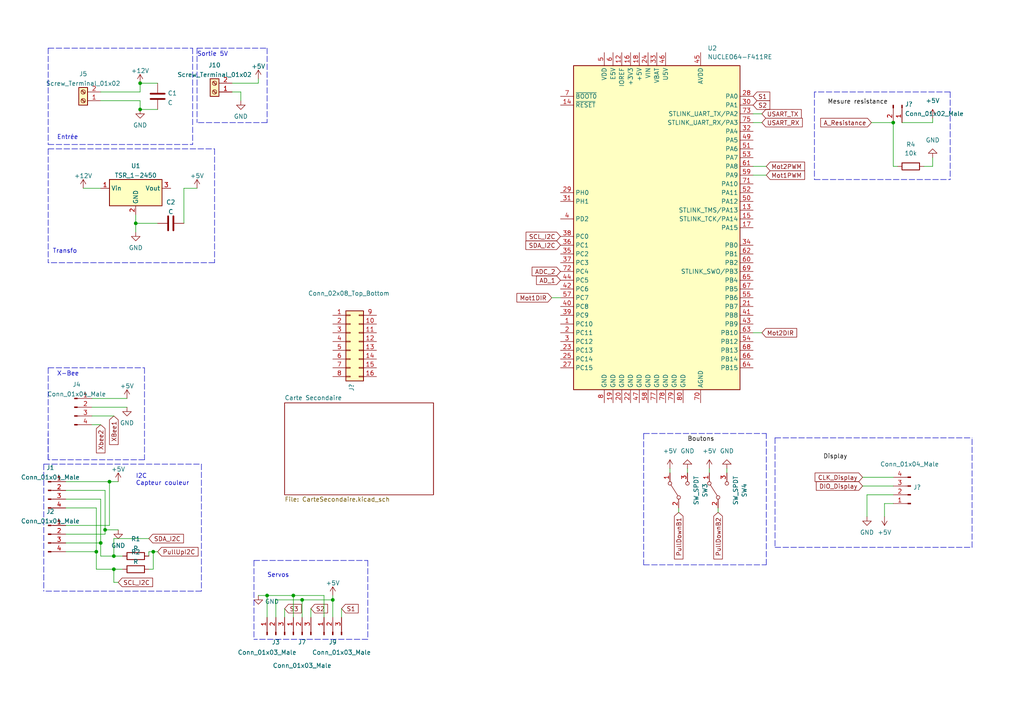
<source format=kicad_sch>
(kicad_sch (version 20211123) (generator eeschema)

  (uuid e63e39d7-6ac0-4ffd-8aa3-1841a4541b55)

  (paper "A4")

  (lib_symbols
    (symbol "Connector:Conn_01x02_Male" (pin_names (offset 1.016) hide) (in_bom yes) (on_board yes)
      (property "Reference" "J" (id 0) (at 0 2.54 0)
        (effects (font (size 1.27 1.27)))
      )
      (property "Value" "Conn_01x02_Male" (id 1) (at 0 -5.08 0)
        (effects (font (size 1.27 1.27)))
      )
      (property "Footprint" "" (id 2) (at 0 0 0)
        (effects (font (size 1.27 1.27)) hide)
      )
      (property "Datasheet" "~" (id 3) (at 0 0 0)
        (effects (font (size 1.27 1.27)) hide)
      )
      (property "ki_keywords" "connector" (id 4) (at 0 0 0)
        (effects (font (size 1.27 1.27)) hide)
      )
      (property "ki_description" "Generic connector, single row, 01x02, script generated (kicad-library-utils/schlib/autogen/connector/)" (id 5) (at 0 0 0)
        (effects (font (size 1.27 1.27)) hide)
      )
      (property "ki_fp_filters" "Connector*:*_1x??_*" (id 6) (at 0 0 0)
        (effects (font (size 1.27 1.27)) hide)
      )
      (symbol "Conn_01x02_Male_1_1"
        (polyline
          (pts
            (xy 1.27 -2.54)
            (xy 0.8636 -2.54)
          )
          (stroke (width 0.1524) (type default) (color 0 0 0 0))
          (fill (type none))
        )
        (polyline
          (pts
            (xy 1.27 0)
            (xy 0.8636 0)
          )
          (stroke (width 0.1524) (type default) (color 0 0 0 0))
          (fill (type none))
        )
        (rectangle (start 0.8636 -2.413) (end 0 -2.667)
          (stroke (width 0.1524) (type default) (color 0 0 0 0))
          (fill (type outline))
        )
        (rectangle (start 0.8636 0.127) (end 0 -0.127)
          (stroke (width 0.1524) (type default) (color 0 0 0 0))
          (fill (type outline))
        )
        (pin passive line (at 5.08 0 180) (length 3.81)
          (name "Pin_1" (effects (font (size 1.27 1.27))))
          (number "1" (effects (font (size 1.27 1.27))))
        )
        (pin passive line (at 5.08 -2.54 180) (length 3.81)
          (name "Pin_2" (effects (font (size 1.27 1.27))))
          (number "2" (effects (font (size 1.27 1.27))))
        )
      )
    )
    (symbol "Connector:Conn_01x03_Male" (pin_names (offset 1.016) hide) (in_bom yes) (on_board yes)
      (property "Reference" "J" (id 0) (at 0 5.08 0)
        (effects (font (size 1.27 1.27)))
      )
      (property "Value" "Conn_01x03_Male" (id 1) (at 0 -5.08 0)
        (effects (font (size 1.27 1.27)))
      )
      (property "Footprint" "" (id 2) (at 0 0 0)
        (effects (font (size 1.27 1.27)) hide)
      )
      (property "Datasheet" "~" (id 3) (at 0 0 0)
        (effects (font (size 1.27 1.27)) hide)
      )
      (property "ki_keywords" "connector" (id 4) (at 0 0 0)
        (effects (font (size 1.27 1.27)) hide)
      )
      (property "ki_description" "Generic connector, single row, 01x03, script generated (kicad-library-utils/schlib/autogen/connector/)" (id 5) (at 0 0 0)
        (effects (font (size 1.27 1.27)) hide)
      )
      (property "ki_fp_filters" "Connector*:*_1x??_*" (id 6) (at 0 0 0)
        (effects (font (size 1.27 1.27)) hide)
      )
      (symbol "Conn_01x03_Male_1_1"
        (polyline
          (pts
            (xy 1.27 -2.54)
            (xy 0.8636 -2.54)
          )
          (stroke (width 0.1524) (type default) (color 0 0 0 0))
          (fill (type none))
        )
        (polyline
          (pts
            (xy 1.27 0)
            (xy 0.8636 0)
          )
          (stroke (width 0.1524) (type default) (color 0 0 0 0))
          (fill (type none))
        )
        (polyline
          (pts
            (xy 1.27 2.54)
            (xy 0.8636 2.54)
          )
          (stroke (width 0.1524) (type default) (color 0 0 0 0))
          (fill (type none))
        )
        (rectangle (start 0.8636 -2.413) (end 0 -2.667)
          (stroke (width 0.1524) (type default) (color 0 0 0 0))
          (fill (type outline))
        )
        (rectangle (start 0.8636 0.127) (end 0 -0.127)
          (stroke (width 0.1524) (type default) (color 0 0 0 0))
          (fill (type outline))
        )
        (rectangle (start 0.8636 2.667) (end 0 2.413)
          (stroke (width 0.1524) (type default) (color 0 0 0 0))
          (fill (type outline))
        )
        (pin passive line (at 5.08 2.54 180) (length 3.81)
          (name "Pin_1" (effects (font (size 1.27 1.27))))
          (number "1" (effects (font (size 1.27 1.27))))
        )
        (pin passive line (at 5.08 0 180) (length 3.81)
          (name "Pin_2" (effects (font (size 1.27 1.27))))
          (number "2" (effects (font (size 1.27 1.27))))
        )
        (pin passive line (at 5.08 -2.54 180) (length 3.81)
          (name "Pin_3" (effects (font (size 1.27 1.27))))
          (number "3" (effects (font (size 1.27 1.27))))
        )
      )
    )
    (symbol "Connector:Conn_01x04_Male" (pin_names (offset 1.016) hide) (in_bom yes) (on_board yes)
      (property "Reference" "J" (id 0) (at 0 5.08 0)
        (effects (font (size 1.27 1.27)))
      )
      (property "Value" "Conn_01x04_Male" (id 1) (at 0 -7.62 0)
        (effects (font (size 1.27 1.27)))
      )
      (property "Footprint" "" (id 2) (at 0 0 0)
        (effects (font (size 1.27 1.27)) hide)
      )
      (property "Datasheet" "~" (id 3) (at 0 0 0)
        (effects (font (size 1.27 1.27)) hide)
      )
      (property "ki_keywords" "connector" (id 4) (at 0 0 0)
        (effects (font (size 1.27 1.27)) hide)
      )
      (property "ki_description" "Generic connector, single row, 01x04, script generated (kicad-library-utils/schlib/autogen/connector/)" (id 5) (at 0 0 0)
        (effects (font (size 1.27 1.27)) hide)
      )
      (property "ki_fp_filters" "Connector*:*_1x??_*" (id 6) (at 0 0 0)
        (effects (font (size 1.27 1.27)) hide)
      )
      (symbol "Conn_01x04_Male_1_1"
        (polyline
          (pts
            (xy 1.27 -5.08)
            (xy 0.8636 -5.08)
          )
          (stroke (width 0.1524) (type default) (color 0 0 0 0))
          (fill (type none))
        )
        (polyline
          (pts
            (xy 1.27 -2.54)
            (xy 0.8636 -2.54)
          )
          (stroke (width 0.1524) (type default) (color 0 0 0 0))
          (fill (type none))
        )
        (polyline
          (pts
            (xy 1.27 0)
            (xy 0.8636 0)
          )
          (stroke (width 0.1524) (type default) (color 0 0 0 0))
          (fill (type none))
        )
        (polyline
          (pts
            (xy 1.27 2.54)
            (xy 0.8636 2.54)
          )
          (stroke (width 0.1524) (type default) (color 0 0 0 0))
          (fill (type none))
        )
        (rectangle (start 0.8636 -4.953) (end 0 -5.207)
          (stroke (width 0.1524) (type default) (color 0 0 0 0))
          (fill (type outline))
        )
        (rectangle (start 0.8636 -2.413) (end 0 -2.667)
          (stroke (width 0.1524) (type default) (color 0 0 0 0))
          (fill (type outline))
        )
        (rectangle (start 0.8636 0.127) (end 0 -0.127)
          (stroke (width 0.1524) (type default) (color 0 0 0 0))
          (fill (type outline))
        )
        (rectangle (start 0.8636 2.667) (end 0 2.413)
          (stroke (width 0.1524) (type default) (color 0 0 0 0))
          (fill (type outline))
        )
        (pin passive line (at 5.08 2.54 180) (length 3.81)
          (name "Pin_1" (effects (font (size 1.27 1.27))))
          (number "1" (effects (font (size 1.27 1.27))))
        )
        (pin passive line (at 5.08 0 180) (length 3.81)
          (name "Pin_2" (effects (font (size 1.27 1.27))))
          (number "2" (effects (font (size 1.27 1.27))))
        )
        (pin passive line (at 5.08 -2.54 180) (length 3.81)
          (name "Pin_3" (effects (font (size 1.27 1.27))))
          (number "3" (effects (font (size 1.27 1.27))))
        )
        (pin passive line (at 5.08 -5.08 180) (length 3.81)
          (name "Pin_4" (effects (font (size 1.27 1.27))))
          (number "4" (effects (font (size 1.27 1.27))))
        )
      )
    )
    (symbol "Connector:Screw_Terminal_01x02" (pin_names (offset 1.016) hide) (in_bom yes) (on_board yes)
      (property "Reference" "J" (id 0) (at 0 2.54 0)
        (effects (font (size 1.27 1.27)))
      )
      (property "Value" "Screw_Terminal_01x02" (id 1) (at 0 -5.08 0)
        (effects (font (size 1.27 1.27)))
      )
      (property "Footprint" "" (id 2) (at 0 0 0)
        (effects (font (size 1.27 1.27)) hide)
      )
      (property "Datasheet" "~" (id 3) (at 0 0 0)
        (effects (font (size 1.27 1.27)) hide)
      )
      (property "ki_keywords" "screw terminal" (id 4) (at 0 0 0)
        (effects (font (size 1.27 1.27)) hide)
      )
      (property "ki_description" "Generic screw terminal, single row, 01x02, script generated (kicad-library-utils/schlib/autogen/connector/)" (id 5) (at 0 0 0)
        (effects (font (size 1.27 1.27)) hide)
      )
      (property "ki_fp_filters" "TerminalBlock*:*" (id 6) (at 0 0 0)
        (effects (font (size 1.27 1.27)) hide)
      )
      (symbol "Screw_Terminal_01x02_1_1"
        (rectangle (start -1.27 1.27) (end 1.27 -3.81)
          (stroke (width 0.254) (type default) (color 0 0 0 0))
          (fill (type background))
        )
        (circle (center 0 -2.54) (radius 0.635)
          (stroke (width 0.1524) (type default) (color 0 0 0 0))
          (fill (type none))
        )
        (polyline
          (pts
            (xy -0.5334 -2.2098)
            (xy 0.3302 -3.048)
          )
          (stroke (width 0.1524) (type default) (color 0 0 0 0))
          (fill (type none))
        )
        (polyline
          (pts
            (xy -0.5334 0.3302)
            (xy 0.3302 -0.508)
          )
          (stroke (width 0.1524) (type default) (color 0 0 0 0))
          (fill (type none))
        )
        (polyline
          (pts
            (xy -0.3556 -2.032)
            (xy 0.508 -2.8702)
          )
          (stroke (width 0.1524) (type default) (color 0 0 0 0))
          (fill (type none))
        )
        (polyline
          (pts
            (xy -0.3556 0.508)
            (xy 0.508 -0.3302)
          )
          (stroke (width 0.1524) (type default) (color 0 0 0 0))
          (fill (type none))
        )
        (circle (center 0 0) (radius 0.635)
          (stroke (width 0.1524) (type default) (color 0 0 0 0))
          (fill (type none))
        )
        (pin passive line (at -5.08 0 0) (length 3.81)
          (name "Pin_1" (effects (font (size 1.27 1.27))))
          (number "1" (effects (font (size 1.27 1.27))))
        )
        (pin passive line (at -5.08 -2.54 0) (length 3.81)
          (name "Pin_2" (effects (font (size 1.27 1.27))))
          (number "2" (effects (font (size 1.27 1.27))))
        )
      )
    )
    (symbol "Connector_Generic:Conn_02x08_Top_Bottom" (pin_names (offset 1.016) hide) (in_bom yes) (on_board yes)
      (property "Reference" "J" (id 0) (at 1.27 10.16 0)
        (effects (font (size 1.27 1.27)))
      )
      (property "Value" "Conn_02x08_Top_Bottom" (id 1) (at 1.27 -12.7 0)
        (effects (font (size 1.27 1.27)))
      )
      (property "Footprint" "" (id 2) (at 0 0 0)
        (effects (font (size 1.27 1.27)) hide)
      )
      (property "Datasheet" "~" (id 3) (at 0 0 0)
        (effects (font (size 1.27 1.27)) hide)
      )
      (property "ki_keywords" "connector" (id 4) (at 0 0 0)
        (effects (font (size 1.27 1.27)) hide)
      )
      (property "ki_description" "Generic connector, double row, 02x08, top/bottom pin numbering scheme (row 1: 1...pins_per_row, row2: pins_per_row+1 ... num_pins), script generated (kicad-library-utils/schlib/autogen/connector/)" (id 5) (at 0 0 0)
        (effects (font (size 1.27 1.27)) hide)
      )
      (property "ki_fp_filters" "Connector*:*_2x??_*" (id 6) (at 0 0 0)
        (effects (font (size 1.27 1.27)) hide)
      )
      (symbol "Conn_02x08_Top_Bottom_1_1"
        (rectangle (start -1.27 -10.033) (end 0 -10.287)
          (stroke (width 0.1524) (type default) (color 0 0 0 0))
          (fill (type none))
        )
        (rectangle (start -1.27 -7.493) (end 0 -7.747)
          (stroke (width 0.1524) (type default) (color 0 0 0 0))
          (fill (type none))
        )
        (rectangle (start -1.27 -4.953) (end 0 -5.207)
          (stroke (width 0.1524) (type default) (color 0 0 0 0))
          (fill (type none))
        )
        (rectangle (start -1.27 -2.413) (end 0 -2.667)
          (stroke (width 0.1524) (type default) (color 0 0 0 0))
          (fill (type none))
        )
        (rectangle (start -1.27 0.127) (end 0 -0.127)
          (stroke (width 0.1524) (type default) (color 0 0 0 0))
          (fill (type none))
        )
        (rectangle (start -1.27 2.667) (end 0 2.413)
          (stroke (width 0.1524) (type default) (color 0 0 0 0))
          (fill (type none))
        )
        (rectangle (start -1.27 5.207) (end 0 4.953)
          (stroke (width 0.1524) (type default) (color 0 0 0 0))
          (fill (type none))
        )
        (rectangle (start -1.27 7.747) (end 0 7.493)
          (stroke (width 0.1524) (type default) (color 0 0 0 0))
          (fill (type none))
        )
        (rectangle (start -1.27 8.89) (end 3.81 -11.43)
          (stroke (width 0.254) (type default) (color 0 0 0 0))
          (fill (type background))
        )
        (rectangle (start 3.81 -10.033) (end 2.54 -10.287)
          (stroke (width 0.1524) (type default) (color 0 0 0 0))
          (fill (type none))
        )
        (rectangle (start 3.81 -7.493) (end 2.54 -7.747)
          (stroke (width 0.1524) (type default) (color 0 0 0 0))
          (fill (type none))
        )
        (rectangle (start 3.81 -4.953) (end 2.54 -5.207)
          (stroke (width 0.1524) (type default) (color 0 0 0 0))
          (fill (type none))
        )
        (rectangle (start 3.81 -2.413) (end 2.54 -2.667)
          (stroke (width 0.1524) (type default) (color 0 0 0 0))
          (fill (type none))
        )
        (rectangle (start 3.81 0.127) (end 2.54 -0.127)
          (stroke (width 0.1524) (type default) (color 0 0 0 0))
          (fill (type none))
        )
        (rectangle (start 3.81 2.667) (end 2.54 2.413)
          (stroke (width 0.1524) (type default) (color 0 0 0 0))
          (fill (type none))
        )
        (rectangle (start 3.81 5.207) (end 2.54 4.953)
          (stroke (width 0.1524) (type default) (color 0 0 0 0))
          (fill (type none))
        )
        (rectangle (start 3.81 7.747) (end 2.54 7.493)
          (stroke (width 0.1524) (type default) (color 0 0 0 0))
          (fill (type none))
        )
        (pin passive line (at -5.08 7.62 0) (length 3.81)
          (name "Pin_1" (effects (font (size 1.27 1.27))))
          (number "1" (effects (font (size 1.27 1.27))))
        )
        (pin passive line (at 7.62 5.08 180) (length 3.81)
          (name "Pin_10" (effects (font (size 1.27 1.27))))
          (number "10" (effects (font (size 1.27 1.27))))
        )
        (pin passive line (at 7.62 2.54 180) (length 3.81)
          (name "Pin_11" (effects (font (size 1.27 1.27))))
          (number "11" (effects (font (size 1.27 1.27))))
        )
        (pin passive line (at 7.62 0 180) (length 3.81)
          (name "Pin_12" (effects (font (size 1.27 1.27))))
          (number "12" (effects (font (size 1.27 1.27))))
        )
        (pin passive line (at 7.62 -2.54 180) (length 3.81)
          (name "Pin_13" (effects (font (size 1.27 1.27))))
          (number "13" (effects (font (size 1.27 1.27))))
        )
        (pin passive line (at 7.62 -5.08 180) (length 3.81)
          (name "Pin_14" (effects (font (size 1.27 1.27))))
          (number "14" (effects (font (size 1.27 1.27))))
        )
        (pin passive line (at 7.62 -7.62 180) (length 3.81)
          (name "Pin_15" (effects (font (size 1.27 1.27))))
          (number "15" (effects (font (size 1.27 1.27))))
        )
        (pin passive line (at 7.62 -10.16 180) (length 3.81)
          (name "Pin_16" (effects (font (size 1.27 1.27))))
          (number "16" (effects (font (size 1.27 1.27))))
        )
        (pin passive line (at -5.08 5.08 0) (length 3.81)
          (name "Pin_2" (effects (font (size 1.27 1.27))))
          (number "2" (effects (font (size 1.27 1.27))))
        )
        (pin passive line (at -5.08 2.54 0) (length 3.81)
          (name "Pin_3" (effects (font (size 1.27 1.27))))
          (number "3" (effects (font (size 1.27 1.27))))
        )
        (pin passive line (at -5.08 0 0) (length 3.81)
          (name "Pin_4" (effects (font (size 1.27 1.27))))
          (number "4" (effects (font (size 1.27 1.27))))
        )
        (pin passive line (at -5.08 -2.54 0) (length 3.81)
          (name "Pin_5" (effects (font (size 1.27 1.27))))
          (number "5" (effects (font (size 1.27 1.27))))
        )
        (pin passive line (at -5.08 -5.08 0) (length 3.81)
          (name "Pin_6" (effects (font (size 1.27 1.27))))
          (number "6" (effects (font (size 1.27 1.27))))
        )
        (pin passive line (at -5.08 -7.62 0) (length 3.81)
          (name "Pin_7" (effects (font (size 1.27 1.27))))
          (number "7" (effects (font (size 1.27 1.27))))
        )
        (pin passive line (at -5.08 -10.16 0) (length 3.81)
          (name "Pin_8" (effects (font (size 1.27 1.27))))
          (number "8" (effects (font (size 1.27 1.27))))
        )
        (pin passive line (at 7.62 7.62 180) (length 3.81)
          (name "Pin_9" (effects (font (size 1.27 1.27))))
          (number "9" (effects (font (size 1.27 1.27))))
        )
      )
    )
    (symbol "Device:C" (pin_numbers hide) (pin_names (offset 0.254)) (in_bom yes) (on_board yes)
      (property "Reference" "C" (id 0) (at 0.635 2.54 0)
        (effects (font (size 1.27 1.27)) (justify left))
      )
      (property "Value" "C" (id 1) (at 0.635 -2.54 0)
        (effects (font (size 1.27 1.27)) (justify left))
      )
      (property "Footprint" "" (id 2) (at 0.9652 -3.81 0)
        (effects (font (size 1.27 1.27)) hide)
      )
      (property "Datasheet" "~" (id 3) (at 0 0 0)
        (effects (font (size 1.27 1.27)) hide)
      )
      (property "ki_keywords" "cap capacitor" (id 4) (at 0 0 0)
        (effects (font (size 1.27 1.27)) hide)
      )
      (property "ki_description" "Unpolarized capacitor" (id 5) (at 0 0 0)
        (effects (font (size 1.27 1.27)) hide)
      )
      (property "ki_fp_filters" "C_*" (id 6) (at 0 0 0)
        (effects (font (size 1.27 1.27)) hide)
      )
      (symbol "C_0_1"
        (polyline
          (pts
            (xy -2.032 -0.762)
            (xy 2.032 -0.762)
          )
          (stroke (width 0.508) (type default) (color 0 0 0 0))
          (fill (type none))
        )
        (polyline
          (pts
            (xy -2.032 0.762)
            (xy 2.032 0.762)
          )
          (stroke (width 0.508) (type default) (color 0 0 0 0))
          (fill (type none))
        )
      )
      (symbol "C_1_1"
        (pin passive line (at 0 3.81 270) (length 2.794)
          (name "~" (effects (font (size 1.27 1.27))))
          (number "1" (effects (font (size 1.27 1.27))))
        )
        (pin passive line (at 0 -3.81 90) (length 2.794)
          (name "~" (effects (font (size 1.27 1.27))))
          (number "2" (effects (font (size 1.27 1.27))))
        )
      )
    )
    (symbol "Device:R" (pin_numbers hide) (pin_names (offset 0)) (in_bom yes) (on_board yes)
      (property "Reference" "R" (id 0) (at 2.032 0 90)
        (effects (font (size 1.27 1.27)))
      )
      (property "Value" "R" (id 1) (at 0 0 90)
        (effects (font (size 1.27 1.27)))
      )
      (property "Footprint" "" (id 2) (at -1.778 0 90)
        (effects (font (size 1.27 1.27)) hide)
      )
      (property "Datasheet" "~" (id 3) (at 0 0 0)
        (effects (font (size 1.27 1.27)) hide)
      )
      (property "ki_keywords" "R res resistor" (id 4) (at 0 0 0)
        (effects (font (size 1.27 1.27)) hide)
      )
      (property "ki_description" "Resistor" (id 5) (at 0 0 0)
        (effects (font (size 1.27 1.27)) hide)
      )
      (property "ki_fp_filters" "R_*" (id 6) (at 0 0 0)
        (effects (font (size 1.27 1.27)) hide)
      )
      (symbol "R_0_1"
        (rectangle (start -1.016 -2.54) (end 1.016 2.54)
          (stroke (width 0.254) (type default) (color 0 0 0 0))
          (fill (type none))
        )
      )
      (symbol "R_1_1"
        (pin passive line (at 0 3.81 270) (length 1.27)
          (name "~" (effects (font (size 1.27 1.27))))
          (number "1" (effects (font (size 1.27 1.27))))
        )
        (pin passive line (at 0 -3.81 90) (length 1.27)
          (name "~" (effects (font (size 1.27 1.27))))
          (number "2" (effects (font (size 1.27 1.27))))
        )
      )
    )
    (symbol "MCU_Module:NUCLEO64-F411RE" (in_bom yes) (on_board yes)
      (property "Reference" "U" (id 0) (at -17.78 50.165 0)
        (effects (font (size 1.27 1.27)) (justify right))
      )
      (property "Value" "NUCLEO64-F411RE" (id 1) (at -17.78 48.26 0)
        (effects (font (size 1.27 1.27)) (justify right))
      )
      (property "Footprint" "Module:ST_Morpho_Connector_144_STLink" (id 2) (at 13.97 -48.26 0)
        (effects (font (size 1.27 1.27)) (justify left) hide)
      )
      (property "Datasheet" "http://www.st.com/st-web-ui/static/active/en/resource/technical/document/data_brief/DM00105918.pdf" (id 3) (at -22.86 -35.56 0)
        (effects (font (size 1.27 1.27)) hide)
      )
      (property "ki_keywords" "STM32 Nucleo ST" (id 4) (at 0 0 0)
        (effects (font (size 1.27 1.27)) hide)
      )
      (property "ki_description" "Nucleo 64 Development Board with STM32F411RET6 MCU, 128kB RAM, 512KB FLASH" (id 5) (at 0 0 0)
        (effects (font (size 1.27 1.27)) hide)
      )
      (property "ki_fp_filters" "ST*Morpho*Connector*144*STLink*" (id 6) (at 0 0 0)
        (effects (font (size 1.27 1.27)) hide)
      )
      (symbol "NUCLEO64-F411RE_0_1"
        (rectangle (start -24.13 -46.99) (end 24.13 46.99)
          (stroke (width 0.254) (type default) (color 0 0 0 0))
          (fill (type background))
        )
      )
      (symbol "NUCLEO64-F411RE_1_1"
        (pin bidirectional line (at -27.94 -27.94 0) (length 3.81)
          (name "PC10" (effects (font (size 1.27 1.27))))
          (number "1" (effects (font (size 1.27 1.27))))
        )
        (pin no_connect line (at -27.94 20.32 0) (length 3.81) hide
          (name "NC" (effects (font (size 1.27 1.27))))
          (number "10" (effects (font (size 1.27 1.27))))
        )
        (pin no_connect line (at -27.94 15.24 0) (length 3.81) hide
          (name "NC" (effects (font (size 1.27 1.27))))
          (number "11" (effects (font (size 1.27 1.27))))
        )
        (pin power_in line (at -10.16 50.8 270) (length 3.81)
          (name "IOREF" (effects (font (size 1.27 1.27))))
          (number "12" (effects (font (size 1.27 1.27))))
        )
        (pin bidirectional line (at 27.94 5.08 180) (length 3.81)
          (name "STLINK_TMS/PA13" (effects (font (size 1.27 1.27))))
          (number "13" (effects (font (size 1.27 1.27))))
        )
        (pin input line (at -27.94 35.56 0) (length 3.81)
          (name "~{RESET}" (effects (font (size 1.27 1.27))))
          (number "14" (effects (font (size 1.27 1.27))))
        )
        (pin bidirectional line (at 27.94 2.54 180) (length 3.81)
          (name "STLINK_TCK/PA14" (effects (font (size 1.27 1.27))))
          (number "15" (effects (font (size 1.27 1.27))))
        )
        (pin power_in line (at -7.62 50.8 270) (length 3.81)
          (name "+3V3" (effects (font (size 1.27 1.27))))
          (number "16" (effects (font (size 1.27 1.27))))
        )
        (pin bidirectional line (at 27.94 0 180) (length 3.81)
          (name "PA15" (effects (font (size 1.27 1.27))))
          (number "17" (effects (font (size 1.27 1.27))))
        )
        (pin power_in line (at -5.08 50.8 270) (length 3.81)
          (name "+5V" (effects (font (size 1.27 1.27))))
          (number "18" (effects (font (size 1.27 1.27))))
        )
        (pin power_in line (at -12.7 -50.8 90) (length 3.81)
          (name "GND" (effects (font (size 1.27 1.27))))
          (number "19" (effects (font (size 1.27 1.27))))
        )
        (pin bidirectional line (at -27.94 -30.48 0) (length 3.81)
          (name "PC11" (effects (font (size 1.27 1.27))))
          (number "2" (effects (font (size 1.27 1.27))))
        )
        (pin power_in line (at -10.16 -50.8 90) (length 3.81)
          (name "GND" (effects (font (size 1.27 1.27))))
          (number "20" (effects (font (size 1.27 1.27))))
        )
        (pin bidirectional line (at 27.94 -22.86 180) (length 3.81)
          (name "PB7" (effects (font (size 1.27 1.27))))
          (number "21" (effects (font (size 1.27 1.27))))
        )
        (pin power_in line (at -7.62 -50.8 90) (length 3.81)
          (name "GND" (effects (font (size 1.27 1.27))))
          (number "22" (effects (font (size 1.27 1.27))))
        )
        (pin bidirectional line (at -27.94 -35.56 0) (length 3.81)
          (name "PC13" (effects (font (size 1.27 1.27))))
          (number "23" (effects (font (size 1.27 1.27))))
        )
        (pin power_in line (at -2.54 50.8 270) (length 3.81)
          (name "VIN" (effects (font (size 1.27 1.27))))
          (number "24" (effects (font (size 1.27 1.27))))
        )
        (pin bidirectional line (at -27.94 -38.1 0) (length 3.81)
          (name "PC14" (effects (font (size 1.27 1.27))))
          (number "25" (effects (font (size 1.27 1.27))))
        )
        (pin no_connect line (at -27.94 22.86 0) (length 3.81) hide
          (name "NC" (effects (font (size 1.27 1.27))))
          (number "26" (effects (font (size 1.27 1.27))))
        )
        (pin bidirectional line (at -27.94 -40.64 0) (length 3.81)
          (name "PC15" (effects (font (size 1.27 1.27))))
          (number "27" (effects (font (size 1.27 1.27))))
        )
        (pin bidirectional line (at 27.94 38.1 180) (length 3.81)
          (name "PA0" (effects (font (size 1.27 1.27))))
          (number "28" (effects (font (size 1.27 1.27))))
        )
        (pin bidirectional line (at -27.94 10.16 0) (length 3.81)
          (name "PH0" (effects (font (size 1.27 1.27))))
          (number "29" (effects (font (size 1.27 1.27))))
        )
        (pin bidirectional line (at -27.94 -33.02 0) (length 3.81)
          (name "PC12" (effects (font (size 1.27 1.27))))
          (number "3" (effects (font (size 1.27 1.27))))
        )
        (pin bidirectional line (at 27.94 35.56 180) (length 3.81)
          (name "PA1" (effects (font (size 1.27 1.27))))
          (number "30" (effects (font (size 1.27 1.27))))
        )
        (pin bidirectional line (at -27.94 7.62 0) (length 3.81)
          (name "PH1" (effects (font (size 1.27 1.27))))
          (number "31" (effects (font (size 1.27 1.27))))
        )
        (pin bidirectional line (at 27.94 27.94 180) (length 3.81)
          (name "PA4" (effects (font (size 1.27 1.27))))
          (number "32" (effects (font (size 1.27 1.27))))
        )
        (pin power_in line (at 0 50.8 270) (length 3.81)
          (name "VBAT" (effects (font (size 1.27 1.27))))
          (number "33" (effects (font (size 1.27 1.27))))
        )
        (pin bidirectional line (at 27.94 -5.08 180) (length 3.81)
          (name "PB0" (effects (font (size 1.27 1.27))))
          (number "34" (effects (font (size 1.27 1.27))))
        )
        (pin bidirectional line (at -27.94 -7.62 0) (length 3.81)
          (name "PC2" (effects (font (size 1.27 1.27))))
          (number "35" (effects (font (size 1.27 1.27))))
        )
        (pin bidirectional line (at -27.94 -5.08 0) (length 3.81)
          (name "PC1" (effects (font (size 1.27 1.27))))
          (number "36" (effects (font (size 1.27 1.27))))
        )
        (pin bidirectional line (at -27.94 -10.16 0) (length 3.81)
          (name "PC3" (effects (font (size 1.27 1.27))))
          (number "37" (effects (font (size 1.27 1.27))))
        )
        (pin bidirectional line (at -27.94 -2.54 0) (length 3.81)
          (name "PC0" (effects (font (size 1.27 1.27))))
          (number "38" (effects (font (size 1.27 1.27))))
        )
        (pin bidirectional line (at -27.94 -25.4 0) (length 3.81)
          (name "PC9" (effects (font (size 1.27 1.27))))
          (number "39" (effects (font (size 1.27 1.27))))
        )
        (pin bidirectional line (at -27.94 2.54 0) (length 3.81)
          (name "PD2" (effects (font (size 1.27 1.27))))
          (number "4" (effects (font (size 1.27 1.27))))
        )
        (pin bidirectional line (at -27.94 -22.86 0) (length 3.81)
          (name "PC8" (effects (font (size 1.27 1.27))))
          (number "40" (effects (font (size 1.27 1.27))))
        )
        (pin bidirectional line (at 27.94 -25.4 180) (length 3.81)
          (name "PB8" (effects (font (size 1.27 1.27))))
          (number "41" (effects (font (size 1.27 1.27))))
        )
        (pin bidirectional line (at -27.94 -17.78 0) (length 3.81)
          (name "PC6" (effects (font (size 1.27 1.27))))
          (number "42" (effects (font (size 1.27 1.27))))
        )
        (pin bidirectional line (at 27.94 -27.94 180) (length 3.81)
          (name "PB9" (effects (font (size 1.27 1.27))))
          (number "43" (effects (font (size 1.27 1.27))))
        )
        (pin bidirectional line (at -27.94 -15.24 0) (length 3.81)
          (name "PC5" (effects (font (size 1.27 1.27))))
          (number "44" (effects (font (size 1.27 1.27))))
        )
        (pin power_in line (at 12.7 50.8 270) (length 3.81)
          (name "AVDD" (effects (font (size 1.27 1.27))))
          (number "45" (effects (font (size 1.27 1.27))))
        )
        (pin power_in line (at 2.54 50.8 270) (length 3.81)
          (name "U5V" (effects (font (size 1.27 1.27))))
          (number "46" (effects (font (size 1.27 1.27))))
        )
        (pin power_in line (at -5.08 -50.8 90) (length 3.81)
          (name "GND" (effects (font (size 1.27 1.27))))
          (number "47" (effects (font (size 1.27 1.27))))
        )
        (pin no_connect line (at -27.94 25.4 0) (length 3.81) hide
          (name "NC" (effects (font (size 1.27 1.27))))
          (number "48" (effects (font (size 1.27 1.27))))
        )
        (pin bidirectional line (at 27.94 25.4 180) (length 3.81)
          (name "PA5" (effects (font (size 1.27 1.27))))
          (number "49" (effects (font (size 1.27 1.27))))
        )
        (pin power_in line (at -15.24 50.8 270) (length 3.81)
          (name "VDD" (effects (font (size 1.27 1.27))))
          (number "5" (effects (font (size 1.27 1.27))))
        )
        (pin bidirectional line (at 27.94 7.62 180) (length 3.81)
          (name "PA12" (effects (font (size 1.27 1.27))))
          (number "50" (effects (font (size 1.27 1.27))))
        )
        (pin bidirectional line (at 27.94 22.86 180) (length 3.81)
          (name "PA6" (effects (font (size 1.27 1.27))))
          (number "51" (effects (font (size 1.27 1.27))))
        )
        (pin bidirectional line (at 27.94 10.16 180) (length 3.81)
          (name "PA11" (effects (font (size 1.27 1.27))))
          (number "52" (effects (font (size 1.27 1.27))))
        )
        (pin bidirectional line (at 27.94 20.32 180) (length 3.81)
          (name "PA7" (effects (font (size 1.27 1.27))))
          (number "53" (effects (font (size 1.27 1.27))))
        )
        (pin bidirectional line (at 27.94 -33.02 180) (length 3.81)
          (name "PB12" (effects (font (size 1.27 1.27))))
          (number "54" (effects (font (size 1.27 1.27))))
        )
        (pin bidirectional line (at 27.94 -20.32 180) (length 3.81)
          (name "PB6" (effects (font (size 1.27 1.27))))
          (number "55" (effects (font (size 1.27 1.27))))
        )
        (pin no_connect line (at -27.94 33.02 0) (length 3.81) hide
          (name "NC" (effects (font (size 1.27 1.27))))
          (number "56" (effects (font (size 1.27 1.27))))
        )
        (pin bidirectional line (at -27.94 -20.32 0) (length 3.81)
          (name "PC7" (effects (font (size 1.27 1.27))))
          (number "57" (effects (font (size 1.27 1.27))))
        )
        (pin power_in line (at -2.54 -50.8 90) (length 3.81)
          (name "GND" (effects (font (size 1.27 1.27))))
          (number "58" (effects (font (size 1.27 1.27))))
        )
        (pin bidirectional line (at 27.94 15.24 180) (length 3.81)
          (name "PA9" (effects (font (size 1.27 1.27))))
          (number "59" (effects (font (size 1.27 1.27))))
        )
        (pin power_in line (at -12.7 50.8 270) (length 3.81)
          (name "E5V" (effects (font (size 1.27 1.27))))
          (number "6" (effects (font (size 1.27 1.27))))
        )
        (pin bidirectional line (at 27.94 -10.16 180) (length 3.81)
          (name "PB2" (effects (font (size 1.27 1.27))))
          (number "60" (effects (font (size 1.27 1.27))))
        )
        (pin bidirectional line (at 27.94 17.78 180) (length 3.81)
          (name "PA8" (effects (font (size 1.27 1.27))))
          (number "61" (effects (font (size 1.27 1.27))))
        )
        (pin bidirectional line (at 27.94 -7.62 180) (length 3.81)
          (name "PB1" (effects (font (size 1.27 1.27))))
          (number "62" (effects (font (size 1.27 1.27))))
        )
        (pin bidirectional line (at 27.94 -30.48 180) (length 3.81)
          (name "PB10" (effects (font (size 1.27 1.27))))
          (number "63" (effects (font (size 1.27 1.27))))
        )
        (pin bidirectional line (at 27.94 -40.64 180) (length 3.81)
          (name "PB15" (effects (font (size 1.27 1.27))))
          (number "64" (effects (font (size 1.27 1.27))))
        )
        (pin bidirectional line (at 27.94 -15.24 180) (length 3.81)
          (name "PB4" (effects (font (size 1.27 1.27))))
          (number "65" (effects (font (size 1.27 1.27))))
        )
        (pin bidirectional line (at 27.94 -38.1 180) (length 3.81)
          (name "PB14" (effects (font (size 1.27 1.27))))
          (number "66" (effects (font (size 1.27 1.27))))
        )
        (pin bidirectional line (at 27.94 -17.78 180) (length 3.81)
          (name "PB5" (effects (font (size 1.27 1.27))))
          (number "67" (effects (font (size 1.27 1.27))))
        )
        (pin bidirectional line (at 27.94 -35.56 180) (length 3.81)
          (name "PB13" (effects (font (size 1.27 1.27))))
          (number "68" (effects (font (size 1.27 1.27))))
        )
        (pin bidirectional line (at 27.94 -12.7 180) (length 3.81)
          (name "STLINK_SWO/PB3" (effects (font (size 1.27 1.27))))
          (number "69" (effects (font (size 1.27 1.27))))
        )
        (pin input line (at -27.94 38.1 0) (length 3.81)
          (name "~{BOOT0}" (effects (font (size 1.27 1.27))))
          (number "7" (effects (font (size 1.27 1.27))))
        )
        (pin power_in line (at 12.7 -50.8 90) (length 3.81)
          (name "AGND" (effects (font (size 1.27 1.27))))
          (number "70" (effects (font (size 1.27 1.27))))
        )
        (pin bidirectional line (at 27.94 12.7 180) (length 3.81)
          (name "PA10" (effects (font (size 1.27 1.27))))
          (number "71" (effects (font (size 1.27 1.27))))
        )
        (pin bidirectional line (at -27.94 -12.7 0) (length 3.81)
          (name "PC4" (effects (font (size 1.27 1.27))))
          (number "72" (effects (font (size 1.27 1.27))))
        )
        (pin bidirectional line (at 27.94 33.02 180) (length 3.81)
          (name "STLINK_UART_TX/PA2" (effects (font (size 1.27 1.27))))
          (number "73" (effects (font (size 1.27 1.27))))
        )
        (pin no_connect line (at -27.94 30.48 0) (length 3.81) hide
          (name "NC" (effects (font (size 1.27 1.27))))
          (number "74" (effects (font (size 1.27 1.27))))
        )
        (pin bidirectional line (at 27.94 30.48 180) (length 3.81)
          (name "STLINK_UART_RX/PA3" (effects (font (size 1.27 1.27))))
          (number "75" (effects (font (size 1.27 1.27))))
        )
        (pin no_connect line (at -27.94 27.94 0) (length 3.81) hide
          (name "NC" (effects (font (size 1.27 1.27))))
          (number "76" (effects (font (size 1.27 1.27))))
        )
        (pin power_in line (at 0 -50.8 90) (length 3.81)
          (name "GND" (effects (font (size 1.27 1.27))))
          (number "77" (effects (font (size 1.27 1.27))))
        )
        (pin power_in line (at 2.54 -50.8 90) (length 3.81)
          (name "GND" (effects (font (size 1.27 1.27))))
          (number "78" (effects (font (size 1.27 1.27))))
        )
        (pin power_in line (at 5.08 -50.8 90) (length 3.81)
          (name "GND" (effects (font (size 1.27 1.27))))
          (number "79" (effects (font (size 1.27 1.27))))
        )
        (pin power_in line (at -15.24 -50.8 90) (length 3.81)
          (name "GND" (effects (font (size 1.27 1.27))))
          (number "8" (effects (font (size 1.27 1.27))))
        )
        (pin power_in line (at 7.62 -50.8 90) (length 3.81)
          (name "GND" (effects (font (size 1.27 1.27))))
          (number "80" (effects (font (size 1.27 1.27))))
        )
        (pin no_connect line (at -27.94 17.78 0) (length 3.81) hide
          (name "NC" (effects (font (size 1.27 1.27))))
          (number "9" (effects (font (size 1.27 1.27))))
        )
      )
    )
    (symbol "Regulator_Switching:TSR_1-2450" (in_bom yes) (on_board yes)
      (property "Reference" "U" (id 0) (at -7.62 6.35 0)
        (effects (font (size 1.27 1.27)) (justify left))
      )
      (property "Value" "TSR_1-2450" (id 1) (at -1.27 6.35 0)
        (effects (font (size 1.27 1.27)) (justify left))
      )
      (property "Footprint" "Converter_DCDC:Converter_DCDC_TRACO_TSR-1_THT" (id 2) (at 0 -3.81 0)
        (effects (font (size 1.27 1.27) italic) (justify left) hide)
      )
      (property "Datasheet" "http://www.tracopower.com/products/tsr1.pdf" (id 3) (at 0 0 0)
        (effects (font (size 1.27 1.27)) hide)
      )
      (property "ki_keywords" "dc-dc traco buck" (id 4) (at 0 0 0)
        (effects (font (size 1.27 1.27)) hide)
      )
      (property "ki_description" "1A step-down regulator module, fixed 5V output voltage, 5-36V input voltage, -40°C to +85°C temperature range, TO-220 compatible LM78xx replacement" (id 5) (at 0 0 0)
        (effects (font (size 1.27 1.27)) hide)
      )
      (property "ki_fp_filters" "Converter*DCDC*TRACO*TSR?1*" (id 6) (at 0 0 0)
        (effects (font (size 1.27 1.27)) hide)
      )
      (symbol "TSR_1-2450_0_1"
        (rectangle (start -7.62 5.08) (end 7.62 -2.54)
          (stroke (width 0.254) (type default) (color 0 0 0 0))
          (fill (type background))
        )
      )
      (symbol "TSR_1-2450_1_1"
        (pin power_in line (at -10.16 2.54 0) (length 2.54)
          (name "Vin" (effects (font (size 1.27 1.27))))
          (number "1" (effects (font (size 1.27 1.27))))
        )
        (pin power_in line (at 0 -5.08 90) (length 2.54)
          (name "GND" (effects (font (size 1.27 1.27))))
          (number "2" (effects (font (size 1.27 1.27))))
        )
        (pin power_out line (at 10.16 2.54 180) (length 2.54)
          (name "Vout" (effects (font (size 1.27 1.27))))
          (number "3" (effects (font (size 1.27 1.27))))
        )
      )
    )
    (symbol "Switch:SW_SPDT" (pin_names (offset 0) hide) (in_bom yes) (on_board yes)
      (property "Reference" "SW" (id 0) (at 0 4.318 0)
        (effects (font (size 1.27 1.27)))
      )
      (property "Value" "SW_SPDT" (id 1) (at 0 -5.08 0)
        (effects (font (size 1.27 1.27)))
      )
      (property "Footprint" "" (id 2) (at 0 0 0)
        (effects (font (size 1.27 1.27)) hide)
      )
      (property "Datasheet" "~" (id 3) (at 0 0 0)
        (effects (font (size 1.27 1.27)) hide)
      )
      (property "ki_keywords" "switch single-pole double-throw spdt ON-ON" (id 4) (at 0 0 0)
        (effects (font (size 1.27 1.27)) hide)
      )
      (property "ki_description" "Switch, single pole double throw" (id 5) (at 0 0 0)
        (effects (font (size 1.27 1.27)) hide)
      )
      (symbol "SW_SPDT_0_0"
        (circle (center -2.032 0) (radius 0.508)
          (stroke (width 0) (type default) (color 0 0 0 0))
          (fill (type none))
        )
        (circle (center 2.032 -2.54) (radius 0.508)
          (stroke (width 0) (type default) (color 0 0 0 0))
          (fill (type none))
        )
      )
      (symbol "SW_SPDT_0_1"
        (polyline
          (pts
            (xy -1.524 0.254)
            (xy 1.651 2.286)
          )
          (stroke (width 0) (type default) (color 0 0 0 0))
          (fill (type none))
        )
        (circle (center 2.032 2.54) (radius 0.508)
          (stroke (width 0) (type default) (color 0 0 0 0))
          (fill (type none))
        )
      )
      (symbol "SW_SPDT_1_1"
        (pin passive line (at 5.08 2.54 180) (length 2.54)
          (name "A" (effects (font (size 1.27 1.27))))
          (number "1" (effects (font (size 1.27 1.27))))
        )
        (pin passive line (at -5.08 0 0) (length 2.54)
          (name "B" (effects (font (size 1.27 1.27))))
          (number "2" (effects (font (size 1.27 1.27))))
        )
        (pin passive line (at 5.08 -2.54 180) (length 2.54)
          (name "C" (effects (font (size 1.27 1.27))))
          (number "3" (effects (font (size 1.27 1.27))))
        )
      )
    )
    (symbol "power:+12V" (power) (pin_names (offset 0)) (in_bom yes) (on_board yes)
      (property "Reference" "#PWR" (id 0) (at 0 -3.81 0)
        (effects (font (size 1.27 1.27)) hide)
      )
      (property "Value" "+12V" (id 1) (at 0 3.556 0)
        (effects (font (size 1.27 1.27)))
      )
      (property "Footprint" "" (id 2) (at 0 0 0)
        (effects (font (size 1.27 1.27)) hide)
      )
      (property "Datasheet" "" (id 3) (at 0 0 0)
        (effects (font (size 1.27 1.27)) hide)
      )
      (property "ki_keywords" "power-flag" (id 4) (at 0 0 0)
        (effects (font (size 1.27 1.27)) hide)
      )
      (property "ki_description" "Power symbol creates a global label with name \"+12V\"" (id 5) (at 0 0 0)
        (effects (font (size 1.27 1.27)) hide)
      )
      (symbol "+12V_0_1"
        (polyline
          (pts
            (xy -0.762 1.27)
            (xy 0 2.54)
          )
          (stroke (width 0) (type default) (color 0 0 0 0))
          (fill (type none))
        )
        (polyline
          (pts
            (xy 0 0)
            (xy 0 2.54)
          )
          (stroke (width 0) (type default) (color 0 0 0 0))
          (fill (type none))
        )
        (polyline
          (pts
            (xy 0 2.54)
            (xy 0.762 1.27)
          )
          (stroke (width 0) (type default) (color 0 0 0 0))
          (fill (type none))
        )
      )
      (symbol "+12V_1_1"
        (pin power_in line (at 0 0 90) (length 0) hide
          (name "+12V" (effects (font (size 1.27 1.27))))
          (number "1" (effects (font (size 1.27 1.27))))
        )
      )
    )
    (symbol "power:+5V" (power) (pin_names (offset 0)) (in_bom yes) (on_board yes)
      (property "Reference" "#PWR" (id 0) (at 0 -3.81 0)
        (effects (font (size 1.27 1.27)) hide)
      )
      (property "Value" "+5V" (id 1) (at 0 3.556 0)
        (effects (font (size 1.27 1.27)))
      )
      (property "Footprint" "" (id 2) (at 0 0 0)
        (effects (font (size 1.27 1.27)) hide)
      )
      (property "Datasheet" "" (id 3) (at 0 0 0)
        (effects (font (size 1.27 1.27)) hide)
      )
      (property "ki_keywords" "power-flag" (id 4) (at 0 0 0)
        (effects (font (size 1.27 1.27)) hide)
      )
      (property "ki_description" "Power symbol creates a global label with name \"+5V\"" (id 5) (at 0 0 0)
        (effects (font (size 1.27 1.27)) hide)
      )
      (symbol "+5V_0_1"
        (polyline
          (pts
            (xy -0.762 1.27)
            (xy 0 2.54)
          )
          (stroke (width 0) (type default) (color 0 0 0 0))
          (fill (type none))
        )
        (polyline
          (pts
            (xy 0 0)
            (xy 0 2.54)
          )
          (stroke (width 0) (type default) (color 0 0 0 0))
          (fill (type none))
        )
        (polyline
          (pts
            (xy 0 2.54)
            (xy 0.762 1.27)
          )
          (stroke (width 0) (type default) (color 0 0 0 0))
          (fill (type none))
        )
      )
      (symbol "+5V_1_1"
        (pin power_in line (at 0 0 90) (length 0) hide
          (name "+5V" (effects (font (size 1.27 1.27))))
          (number "1" (effects (font (size 1.27 1.27))))
        )
      )
    )
    (symbol "power:GND" (power) (pin_names (offset 0)) (in_bom yes) (on_board yes)
      (property "Reference" "#PWR" (id 0) (at 0 -6.35 0)
        (effects (font (size 1.27 1.27)) hide)
      )
      (property "Value" "GND" (id 1) (at 0 -3.81 0)
        (effects (font (size 1.27 1.27)))
      )
      (property "Footprint" "" (id 2) (at 0 0 0)
        (effects (font (size 1.27 1.27)) hide)
      )
      (property "Datasheet" "" (id 3) (at 0 0 0)
        (effects (font (size 1.27 1.27)) hide)
      )
      (property "ki_keywords" "power-flag" (id 4) (at 0 0 0)
        (effects (font (size 1.27 1.27)) hide)
      )
      (property "ki_description" "Power symbol creates a global label with name \"GND\" , ground" (id 5) (at 0 0 0)
        (effects (font (size 1.27 1.27)) hide)
      )
      (symbol "GND_0_1"
        (polyline
          (pts
            (xy 0 0)
            (xy 0 -1.27)
            (xy 1.27 -1.27)
            (xy 0 -2.54)
            (xy -1.27 -1.27)
            (xy 0 -1.27)
          )
          (stroke (width 0) (type default) (color 0 0 0 0))
          (fill (type none))
        )
      )
      (symbol "GND_1_1"
        (pin power_in line (at 0 0 270) (length 0) hide
          (name "GND" (effects (font (size 1.27 1.27))))
          (number "1" (effects (font (size 1.27 1.27))))
        )
      )
    )
  )

  (junction (at 259.08 35.56) (diameter 0) (color 0 0 0 0)
    (uuid 04cbacc4-034d-43d9-9296-307546e8d859)
  )
  (junction (at 31.75 139.7) (diameter 0) (color 0 0 0 0)
    (uuid 0a2b73e7-9601-4071-bc97-ae160dee6ea5)
  )
  (junction (at 33.02 165.1) (diameter 0) (color 0 0 0 0)
    (uuid 11f4e248-525c-456d-b949-0c27af801e6a)
  )
  (junction (at 39.37 64.77) (diameter 0) (color 0 0 0 0)
    (uuid 1b21d68c-d7bb-4949-aaea-19af9360cc41)
  )
  (junction (at 40.64 24.13) (diameter 0) (color 0 0 0 0)
    (uuid 28d6ad40-2169-4bea-bf1b-c3126b8bc630)
  )
  (junction (at 44.45 160.02) (diameter 0) (color 0 0 0 0)
    (uuid 41a365a8-2ff7-48da-b337-74ff738f502e)
  )
  (junction (at 87.63 173.99) (diameter 0) (color 0 0 0 0)
    (uuid 5dddbae2-d475-44ec-8328-9a8f0be23e23)
  )
  (junction (at 27.94 160.02) (diameter 0) (color 0 0 0 0)
    (uuid 6c4b1cb5-28fe-4a21-b673-57689cec7a0f)
  )
  (junction (at 30.48 153.67) (diameter 0) (color 0 0 0 0)
    (uuid 82a13510-2bd3-436e-a1ca-9506aecd96bf)
  )
  (junction (at 40.64 31.75) (diameter 0) (color 0 0 0 0)
    (uuid 8c0ef0d9-8354-4c82-a709-4ddf7c0584cd)
  )
  (junction (at 96.52 173.99) (diameter 0) (color 0 0 0 0)
    (uuid 90936d7c-ef42-4029-9a70-c2fc93197e57)
  )
  (junction (at 85.09 172.72) (diameter 0) (color 0 0 0 0)
    (uuid d99db268-0ada-4fc5-aaa5-3e83858096b5)
  )
  (junction (at 33.02 161.29) (diameter 0) (color 0 0 0 0)
    (uuid dba235e8-888e-4f38-b739-3f347dc4403f)
  )
  (junction (at 29.21 157.48) (diameter 0) (color 0 0 0 0)
    (uuid e2ef38cd-830a-443b-82f8-93bf6b475a10)
  )
  (junction (at 77.47 172.72) (diameter 0) (color 0 0 0 0)
    (uuid e3d6cf19-a7b1-4c0f-aff4-8c2e01109f44)
  )

  (wire (pts (xy 87.63 173.99) (xy 87.63 179.07))
    (stroke (width 0) (type default) (color 0 0 0 0))
    (uuid 009ed901-d950-4695-a054-c525b847c219)
  )
  (wire (pts (xy 196.85 147.32) (xy 196.85 148.59))
    (stroke (width 0) (type default) (color 0 0 0 0))
    (uuid 044d01eb-83fd-49dc-b9c5-ea1bd1e9b2de)
  )
  (wire (pts (xy 39.37 62.23) (xy 39.37 64.77))
    (stroke (width 0) (type default) (color 0 0 0 0))
    (uuid 05fb8eee-cfcd-467d-a8f4-c70caca5ceaf)
  )
  (wire (pts (xy 19.05 142.24) (xy 30.48 142.24))
    (stroke (width 0) (type default) (color 0 0 0 0))
    (uuid 09975d3f-d943-4180-89ec-5a015692688d)
  )
  (wire (pts (xy 26.67 120.65) (xy 33.02 120.65))
    (stroke (width 0) (type default) (color 0 0 0 0))
    (uuid 0d7b9435-abe1-4b4c-828c-a2dbb4b536fc)
  )
  (polyline (pts (xy 106.68 162.56) (xy 106.68 185.42))
    (stroke (width 0) (type default) (color 0 0 0 0))
    (uuid 0e50ef79-3cb9-4d1f-a5b8-ff6718e5a5e5)
  )

  (wire (pts (xy 30.48 142.24) (xy 30.48 153.67))
    (stroke (width 0) (type default) (color 0 0 0 0))
    (uuid 12a9639e-9dd5-4cb7-b51c-6884f33be689)
  )
  (polyline (pts (xy 57.15 13.97) (xy 77.47 13.97))
    (stroke (width 0) (type default) (color 0 0 0 0))
    (uuid 150b3231-fb83-4a2d-997f-d93deb493513)
  )

  (wire (pts (xy 251.46 143.51) (xy 259.08 143.51))
    (stroke (width 0) (type default) (color 0 0 0 0))
    (uuid 1602a56c-eb96-48b9-968f-795e09e41ca5)
  )
  (wire (pts (xy 205.74 135.89) (xy 205.74 137.16))
    (stroke (width 0) (type default) (color 0 0 0 0))
    (uuid 19431ef5-8137-4ca1-8cc6-1f26838fdcac)
  )
  (wire (pts (xy 53.34 54.61) (xy 57.15 54.61))
    (stroke (width 0) (type default) (color 0 0 0 0))
    (uuid 199a94a4-dd72-49c8-8698-b931f47ff383)
  )
  (wire (pts (xy 270.51 45.72) (xy 270.51 48.26))
    (stroke (width 0) (type default) (color 0 0 0 0))
    (uuid 1aafa7c0-c676-477a-9ba8-1bd10d3cda48)
  )
  (wire (pts (xy 74.93 22.86) (xy 74.93 24.13))
    (stroke (width 0) (type default) (color 0 0 0 0))
    (uuid 1ad48ebc-dabc-43dd-bb2f-f9d956dc7ae9)
  )
  (wire (pts (xy 250.19 138.43) (xy 259.08 138.43))
    (stroke (width 0) (type default) (color 0 0 0 0))
    (uuid 1b2e0913-3630-4c70-ba82-bba0d6fbd9a3)
  )
  (polyline (pts (xy 275.59 26.67) (xy 275.59 52.07))
    (stroke (width 0) (type default) (color 0 0 0 0))
    (uuid 2add54df-7d6c-49bc-94cf-dbc78e771a8b)
  )

  (wire (pts (xy 34.29 168.91) (xy 33.02 168.91))
    (stroke (width 0) (type default) (color 0 0 0 0))
    (uuid 2c2ab68b-31d1-4fa6-8f68-a0e043ab868f)
  )
  (polyline (pts (xy 13.97 133.35) (xy 13.97 125.73))
    (stroke (width 0) (type default) (color 0 0 0 0))
    (uuid 2d2a79ae-0743-45b5-9f8c-ce4a8223ed94)
  )

  (wire (pts (xy 85.09 172.72) (xy 93.98 172.72))
    (stroke (width 0) (type default) (color 0 0 0 0))
    (uuid 2eb953f8-1ea5-4c28-9ea7-adcb4ec39bfa)
  )
  (wire (pts (xy 43.18 160.02) (xy 44.45 160.02))
    (stroke (width 0) (type default) (color 0 0 0 0))
    (uuid 2f98599d-49e6-43ee-9e2f-c58f195bd81d)
  )
  (wire (pts (xy 80.01 173.99) (xy 87.63 173.99))
    (stroke (width 0) (type default) (color 0 0 0 0))
    (uuid 3374d74c-a4f3-484d-b655-7671efcecfc2)
  )
  (wire (pts (xy 24.13 54.61) (xy 29.21 54.61))
    (stroke (width 0) (type default) (color 0 0 0 0))
    (uuid 34082ce8-9679-4bf0-b73c-fa03e1436d47)
  )
  (wire (pts (xy 77.47 172.72) (xy 85.09 172.72))
    (stroke (width 0) (type default) (color 0 0 0 0))
    (uuid 35536a3b-f519-4121-9756-2fcd88e5bb47)
  )
  (wire (pts (xy 40.64 26.67) (xy 40.64 24.13))
    (stroke (width 0) (type default) (color 0 0 0 0))
    (uuid 36f072da-5cf4-42b3-8b46-ce0a76085163)
  )
  (polyline (pts (xy 275.59 26.67) (xy 236.22 26.67))
    (stroke (width 0) (type default) (color 0 0 0 0))
    (uuid 36f20b93-54e9-4c00-b897-42b40e9d3805)
  )

  (wire (pts (xy 69.85 26.67) (xy 67.31 26.67))
    (stroke (width 0) (type default) (color 0 0 0 0))
    (uuid 37da1c41-7f7f-4522-a7e4-73427fd9b7c7)
  )
  (wire (pts (xy 220.98 35.56) (xy 218.44 35.56))
    (stroke (width 0) (type default) (color 0 0 0 0))
    (uuid 385ad49b-07c0-495c-88b4-6320f1673b8e)
  )
  (wire (pts (xy 53.34 64.77) (xy 53.34 54.61))
    (stroke (width 0) (type default) (color 0 0 0 0))
    (uuid 3ae34626-3987-4e61-a44a-8c3b1b173cf0)
  )
  (wire (pts (xy 30.48 154.94) (xy 19.05 154.94))
    (stroke (width 0) (type default) (color 0 0 0 0))
    (uuid 3b264de9-4d0c-42ed-9138-3c9dabee3696)
  )
  (polyline (pts (xy 236.22 26.67) (xy 236.22 52.07))
    (stroke (width 0) (type default) (color 0 0 0 0))
    (uuid 3bd59f41-b77f-4f19-9f4a-3f6abe90ff50)
  )
  (polyline (pts (xy 77.47 35.56) (xy 57.15 35.56))
    (stroke (width 0) (type default) (color 0 0 0 0))
    (uuid 40a91683-0cf4-4830-a896-e74103fb0031)
  )

  (wire (pts (xy 29.21 29.21) (xy 40.64 29.21))
    (stroke (width 0) (type default) (color 0 0 0 0))
    (uuid 4118ca42-cbf5-4007-8f00-3c853caebfae)
  )
  (polyline (pts (xy 186.69 125.73) (xy 222.25 125.73))
    (stroke (width 0) (type default) (color 0 0 0 0))
    (uuid 431935e6-e29a-4c44-82f7-513d86290540)
  )
  (polyline (pts (xy 13.97 43.18) (xy 13.97 76.2))
    (stroke (width 0) (type default) (color 0 0 0 0))
    (uuid 4374a986-13ff-460b-a25e-f5e3f235be6b)
  )

  (wire (pts (xy 194.31 135.89) (xy 194.31 137.16))
    (stroke (width 0) (type default) (color 0 0 0 0))
    (uuid 43a9fb58-8991-45f0-89e5-f24af9152bc5)
  )
  (wire (pts (xy 252.73 35.56) (xy 259.08 35.56))
    (stroke (width 0) (type default) (color 0 0 0 0))
    (uuid 44494465-1977-4c21-9649-2ca8159a3777)
  )
  (wire (pts (xy 35.56 165.1) (xy 33.02 165.1))
    (stroke (width 0) (type default) (color 0 0 0 0))
    (uuid 453c49e6-a421-425e-a761-1679eeef3b6e)
  )
  (wire (pts (xy 31.75 139.7) (xy 34.29 139.7))
    (stroke (width 0) (type default) (color 0 0 0 0))
    (uuid 47b05814-a295-4dcb-b6e9-38446cac3c2c)
  )
  (wire (pts (xy 40.64 24.13) (xy 45.72 24.13))
    (stroke (width 0) (type default) (color 0 0 0 0))
    (uuid 4a3a73d5-5b18-45d6-9856-3e76e6490382)
  )
  (wire (pts (xy 39.37 64.77) (xy 39.37 67.31))
    (stroke (width 0) (type default) (color 0 0 0 0))
    (uuid 4fc5d252-6a30-4191-806e-08bb920b49e9)
  )
  (wire (pts (xy 96.52 179.07) (xy 96.52 173.99))
    (stroke (width 0) (type default) (color 0 0 0 0))
    (uuid 53712824-2078-4888-9c72-28a3ca56d22a)
  )
  (wire (pts (xy 99.06 176.53) (xy 99.06 179.07))
    (stroke (width 0) (type default) (color 0 0 0 0))
    (uuid 540d80a5-2eef-4f90-99c8-6e7d98cd1092)
  )
  (wire (pts (xy 33.02 165.1) (xy 27.94 165.1))
    (stroke (width 0) (type default) (color 0 0 0 0))
    (uuid 5545081b-e9a2-4f3a-bfb3-545a9c4413b4)
  )
  (wire (pts (xy 96.52 172.72) (xy 96.52 173.99))
    (stroke (width 0) (type default) (color 0 0 0 0))
    (uuid 57374375-ebda-477a-9506-0883684cc16a)
  )
  (polyline (pts (xy 12.7 134.62) (xy 12.7 171.45))
    (stroke (width 0) (type default) (color 0 0 0 0))
    (uuid 57947a75-5c7d-4f96-95ee-48e466b9bd93)
  )

  (wire (pts (xy 220.98 33.02) (xy 218.44 33.02))
    (stroke (width 0) (type default) (color 0 0 0 0))
    (uuid 57d00a5a-f5a3-4e63-ae23-396f0fa3be78)
  )
  (polyline (pts (xy 62.23 76.2) (xy 13.97 76.2))
    (stroke (width 0) (type default) (color 0 0 0 0))
    (uuid 5b06b126-af5c-461a-bd46-b7185c5a8752)
  )

  (wire (pts (xy 74.93 172.72) (xy 77.47 172.72))
    (stroke (width 0) (type default) (color 0 0 0 0))
    (uuid 5e95d882-8805-495e-8941-3bc103374284)
  )
  (polyline (pts (xy 12.7 134.62) (xy 58.42 134.62))
    (stroke (width 0) (type default) (color 0 0 0 0))
    (uuid 657e2ef0-6e63-4b98-af2a-79a1a678a881)
  )
  (polyline (pts (xy 58.42 171.45) (xy 12.7 171.45))
    (stroke (width 0) (type default) (color 0 0 0 0))
    (uuid 65a21f4a-5930-4369-a65b-ff4d4af4af23)
  )

  (wire (pts (xy 43.18 165.1) (xy 44.45 165.1))
    (stroke (width 0) (type default) (color 0 0 0 0))
    (uuid 65a2e60a-b206-4739-86cc-19ad7fed8d54)
  )
  (wire (pts (xy 208.28 147.32) (xy 208.28 148.59))
    (stroke (width 0) (type default) (color 0 0 0 0))
    (uuid 65e160ca-8586-4fed-af86-f772ca3a5d91)
  )
  (wire (pts (xy 93.98 172.72) (xy 93.98 179.07))
    (stroke (width 0) (type default) (color 0 0 0 0))
    (uuid 665b3f00-6664-4990-b906-b1b01c35b13d)
  )
  (wire (pts (xy 33.02 168.91) (xy 33.02 165.1))
    (stroke (width 0) (type default) (color 0 0 0 0))
    (uuid 68db7050-da0c-48d6-8fdc-944f6ab96998)
  )
  (wire (pts (xy 256.54 146.05) (xy 259.08 146.05))
    (stroke (width 0) (type default) (color 0 0 0 0))
    (uuid 6defff29-4d63-47d2-9680-cf0a07f6b737)
  )
  (wire (pts (xy 39.37 64.77) (xy 45.72 64.77))
    (stroke (width 0) (type default) (color 0 0 0 0))
    (uuid 758062d1-9128-469a-8099-8ec86af56476)
  )
  (wire (pts (xy 87.63 173.99) (xy 96.52 173.99))
    (stroke (width 0) (type default) (color 0 0 0 0))
    (uuid 77b3cfd5-606e-4a85-a513-d1e82542764b)
  )
  (wire (pts (xy 77.47 179.07) (xy 77.47 172.72))
    (stroke (width 0) (type default) (color 0 0 0 0))
    (uuid 78c7f4fd-2bba-42af-8ce3-cefa9b81ef1f)
  )
  (wire (pts (xy 251.46 149.86) (xy 251.46 143.51))
    (stroke (width 0) (type default) (color 0 0 0 0))
    (uuid 790ecae9-94a8-49ba-a188-186be96f1649)
  )
  (wire (pts (xy 220.98 96.52) (xy 218.44 96.52))
    (stroke (width 0) (type default) (color 0 0 0 0))
    (uuid 7a9c9571-9fec-421c-8be7-038366f3e421)
  )
  (wire (pts (xy 30.48 153.67) (xy 30.48 154.94))
    (stroke (width 0) (type default) (color 0 0 0 0))
    (uuid 7f0695ce-de90-4fd2-9776-70660639cf41)
  )
  (wire (pts (xy 90.17 176.53) (xy 90.17 179.07))
    (stroke (width 0) (type default) (color 0 0 0 0))
    (uuid 85eb368b-93b0-41f2-b00e-d11489b584d4)
  )
  (wire (pts (xy 199.39 135.89) (xy 199.39 137.16))
    (stroke (width 0) (type default) (color 0 0 0 0))
    (uuid 8a768583-219f-4c20-a35c-a04801250ae1)
  )
  (polyline (pts (xy 55.88 13.97) (xy 55.88 41.91))
    (stroke (width 0) (type default) (color 0 0 0 0))
    (uuid 8a79c87e-de1c-41a5-a32c-6b77d03b3618)
  )

  (wire (pts (xy 44.45 160.02) (xy 45.72 160.02))
    (stroke (width 0) (type default) (color 0 0 0 0))
    (uuid 8be355b4-8f48-4468-8a5d-56e7e94ebab2)
  )
  (polyline (pts (xy 222.25 163.83) (xy 222.25 125.73))
    (stroke (width 0) (type default) (color 0 0 0 0))
    (uuid 8be51fb6-6f28-40bc-84f1-db499d411964)
  )
  (polyline (pts (xy 77.47 13.97) (xy 77.47 35.56))
    (stroke (width 0) (type default) (color 0 0 0 0))
    (uuid 8bfd8e3b-2a9e-4cf1-85ab-96450b3e9295)
  )

  (wire (pts (xy 82.55 176.53) (xy 82.55 179.07))
    (stroke (width 0) (type default) (color 0 0 0 0))
    (uuid 90ea3254-e66e-43bb-8db7-d75620b28787)
  )
  (wire (pts (xy 31.75 152.4) (xy 19.05 152.4))
    (stroke (width 0) (type default) (color 0 0 0 0))
    (uuid 93b4a0eb-9565-4676-9d89-1c75460c01a6)
  )
  (polyline (pts (xy 186.69 163.83) (xy 222.25 163.83))
    (stroke (width 0) (type default) (color 0 0 0 0))
    (uuid 9407d334-8496-4f8b-83ef-e5329f47c04c)
  )
  (polyline (pts (xy 73.66 162.56) (xy 106.68 162.56))
    (stroke (width 0) (type default) (color 0 0 0 0))
    (uuid 9423c406-ce85-4424-8076-6a17e12492ed)
  )

  (wire (pts (xy 259.08 48.26) (xy 260.35 48.26))
    (stroke (width 0) (type default) (color 0 0 0 0))
    (uuid 95e26550-59c0-426e-812a-1f194b9b7df4)
  )
  (wire (pts (xy 19.05 139.7) (xy 31.75 139.7))
    (stroke (width 0) (type default) (color 0 0 0 0))
    (uuid 9eb00ed9-daed-4123-954b-03bcffd44e22)
  )
  (wire (pts (xy 270.51 35.56) (xy 270.51 34.29))
    (stroke (width 0) (type default) (color 0 0 0 0))
    (uuid 9fb2804e-ca84-421d-af8f-7e411588da17)
  )
  (polyline (pts (xy 58.42 134.62) (xy 58.42 171.45))
    (stroke (width 0) (type default) (color 0 0 0 0))
    (uuid a01c8d92-4bf5-4c57-8ebd-db748781b05d)
  )
  (polyline (pts (xy 281.94 158.75) (xy 281.94 127))
    (stroke (width 0) (type default) (color 0 0 0 0))
    (uuid a264606a-0320-44e3-aaca-c2f25808904e)
  )
  (polyline (pts (xy 13.97 43.18) (xy 62.23 43.18))
    (stroke (width 0) (type default) (color 0 0 0 0))
    (uuid a545dcc0-c8e1-4119-96e9-d782ef44d864)
  )

  (wire (pts (xy 210.82 135.89) (xy 210.82 137.16))
    (stroke (width 0) (type default) (color 0 0 0 0))
    (uuid ab94fa76-123f-428e-9921-2960048ada5e)
  )
  (polyline (pts (xy 57.15 13.97) (xy 57.15 35.56))
    (stroke (width 0) (type default) (color 0 0 0 0))
    (uuid aba0ab99-90b2-4162-bd9b-79a4737176b9)
  )

  (wire (pts (xy 261.62 35.56) (xy 270.51 35.56))
    (stroke (width 0) (type default) (color 0 0 0 0))
    (uuid ac27d911-637a-424a-a269-2459e5d23b34)
  )
  (wire (pts (xy 27.94 165.1) (xy 27.94 160.02))
    (stroke (width 0) (type default) (color 0 0 0 0))
    (uuid ad4704cb-121b-40b5-b135-30265818eb69)
  )
  (wire (pts (xy 160.02 86.36) (xy 162.56 86.36))
    (stroke (width 0) (type default) (color 0 0 0 0))
    (uuid b13418d4-9494-4fc1-b885-5ae77e3a3588)
  )
  (polyline (pts (xy 106.68 185.42) (xy 73.66 185.42))
    (stroke (width 0) (type default) (color 0 0 0 0))
    (uuid b2c3e083-43da-4aaf-8a11-f1fe77d1173b)
  )

  (wire (pts (xy 27.94 147.32) (xy 27.94 160.02))
    (stroke (width 0) (type default) (color 0 0 0 0))
    (uuid b3258333-fb4b-4d2f-8a47-167294f65b15)
  )
  (polyline (pts (xy 41.91 106.68) (xy 41.91 133.35))
    (stroke (width 0) (type default) (color 0 0 0 0))
    (uuid b37c0e9b-4a79-453b-9592-fa61a73fb7bc)
  )
  (polyline (pts (xy 13.97 13.97) (xy 55.88 13.97))
    (stroke (width 0) (type default) (color 0 0 0 0))
    (uuid b3bd1088-6c75-474a-84dc-cb37e5d1d3c2)
  )
  (polyline (pts (xy 62.23 43.18) (xy 62.23 76.2))
    (stroke (width 0) (type default) (color 0 0 0 0))
    (uuid b4cf1263-3831-4dbb-9c58-571ffe0a5b9a)
  )

  (wire (pts (xy 80.01 173.99) (xy 80.01 179.07))
    (stroke (width 0) (type default) (color 0 0 0 0))
    (uuid b4eb94c9-4c02-4d0c-989f-f877291fd6e3)
  )
  (wire (pts (xy 85.09 172.72) (xy 85.09 179.07))
    (stroke (width 0) (type default) (color 0 0 0 0))
    (uuid b679f32c-875a-43aa-8b3f-2a1f0d35bbe2)
  )
  (polyline (pts (xy 41.91 133.35) (xy 13.97 133.35))
    (stroke (width 0) (type default) (color 0 0 0 0))
    (uuid b6ac9adb-2a31-44ce-8482-e5b6c012c266)
  )

  (wire (pts (xy 43.18 156.21) (xy 33.02 156.21))
    (stroke (width 0) (type default) (color 0 0 0 0))
    (uuid b6f23250-62f9-4d81-a0ac-bf2b6ebbacf8)
  )
  (polyline (pts (xy 224.79 127) (xy 224.79 158.75))
    (stroke (width 0) (type default) (color 0 0 0 0))
    (uuid bd13160c-dd59-4cfb-b2d8-9498ae27e666)
  )

  (wire (pts (xy 19.05 147.32) (xy 27.94 147.32))
    (stroke (width 0) (type default) (color 0 0 0 0))
    (uuid bd6cc9d4-8537-44b4-8515-3fe4a6e05f2c)
  )
  (wire (pts (xy 29.21 161.29) (xy 29.21 157.48))
    (stroke (width 0) (type default) (color 0 0 0 0))
    (uuid be60caa3-4db3-45c7-9cf3-4629bfd7c2c9)
  )
  (wire (pts (xy 33.02 161.29) (xy 29.21 161.29))
    (stroke (width 0) (type default) (color 0 0 0 0))
    (uuid c2d0ffe2-22dc-44ae-9864-14607b773da3)
  )
  (wire (pts (xy 30.48 153.67) (xy 34.29 153.67))
    (stroke (width 0) (type default) (color 0 0 0 0))
    (uuid c51ec57a-c338-48e5-9c00-4650db266dd2)
  )
  (wire (pts (xy 26.67 115.57) (xy 36.83 115.57))
    (stroke (width 0) (type default) (color 0 0 0 0))
    (uuid c804e233-1a59-4d5a-afd5-363ccedec57b)
  )
  (wire (pts (xy 44.45 160.02) (xy 44.45 165.1))
    (stroke (width 0) (type default) (color 0 0 0 0))
    (uuid c9861fb3-143e-4ad5-9744-c2e29b48cc5d)
  )
  (wire (pts (xy 29.21 26.67) (xy 40.64 26.67))
    (stroke (width 0) (type default) (color 0 0 0 0))
    (uuid c9cbdb4e-ef43-49a7-8f16-034ba672c5a6)
  )
  (wire (pts (xy 43.18 161.29) (xy 43.18 160.02))
    (stroke (width 0) (type default) (color 0 0 0 0))
    (uuid cce2c676-c672-4797-85a4-57c0a3198a5b)
  )
  (polyline (pts (xy 186.69 125.73) (xy 186.69 163.83))
    (stroke (width 0) (type default) (color 0 0 0 0))
    (uuid cdc1d8f5-ccb8-4bed-9113-223432f861f3)
  )

  (wire (pts (xy 19.05 157.48) (xy 29.21 157.48))
    (stroke (width 0) (type default) (color 0 0 0 0))
    (uuid ce9b58af-7b54-4d13-b771-592bf385d86a)
  )
  (wire (pts (xy 26.67 118.11) (xy 36.83 118.11))
    (stroke (width 0) (type default) (color 0 0 0 0))
    (uuid cf7d8f8b-4524-4c40-9859-95940a13ffea)
  )
  (polyline (pts (xy 13.97 106.68) (xy 41.91 106.68))
    (stroke (width 0) (type default) (color 0 0 0 0))
    (uuid d0794423-c6ba-436d-a87c-07594d635b99)
  )
  (polyline (pts (xy 73.66 162.56) (xy 73.66 185.42))
    (stroke (width 0) (type default) (color 0 0 0 0))
    (uuid d33731c6-492b-4bd2-a07a-a357ad0b0982)
  )

  (wire (pts (xy 31.75 139.7) (xy 31.75 152.4))
    (stroke (width 0) (type default) (color 0 0 0 0))
    (uuid d49883a0-12d2-460e-a097-191433d186d5)
  )
  (wire (pts (xy 40.64 29.21) (xy 40.64 31.75))
    (stroke (width 0) (type default) (color 0 0 0 0))
    (uuid d58bb4dc-d1ae-4e0f-bf00-910de8a28674)
  )
  (wire (pts (xy 69.85 29.21) (xy 69.85 26.67))
    (stroke (width 0) (type default) (color 0 0 0 0))
    (uuid d62d3cfe-6e7c-49c2-aefc-b362ebd9360e)
  )
  (wire (pts (xy 218.44 50.8) (xy 222.25 50.8))
    (stroke (width 0) (type default) (color 0 0 0 0))
    (uuid d77f7113-6112-4663-b468-3fcbcdd7b410)
  )
  (polyline (pts (xy 13.97 41.91) (xy 55.88 41.91))
    (stroke (width 0) (type default) (color 0 0 0 0))
    (uuid d8fbb4bc-6c45-4923-8268-5e7f57072650)
  )
  (polyline (pts (xy 13.97 106.68) (xy 13.97 133.35))
    (stroke (width 0) (type default) (color 0 0 0 0))
    (uuid da6574a4-bf6a-4953-8eef-55932ceae80f)
  )

  (wire (pts (xy 259.08 35.56) (xy 259.08 48.26))
    (stroke (width 0) (type default) (color 0 0 0 0))
    (uuid dcf019c3-2c0a-4e29-9da4-d8ad6ffb1a06)
  )
  (wire (pts (xy 250.19 140.97) (xy 259.08 140.97))
    (stroke (width 0) (type default) (color 0 0 0 0))
    (uuid e2f637cc-2b30-4100-b4b8-98342a4e4438)
  )
  (wire (pts (xy 19.05 144.78) (xy 29.21 144.78))
    (stroke (width 0) (type default) (color 0 0 0 0))
    (uuid e3477dbf-7b8a-4395-8767-c4e556e4da4b)
  )
  (polyline (pts (xy 224.79 127) (xy 281.94 127))
    (stroke (width 0) (type default) (color 0 0 0 0))
    (uuid e4054217-e309-45fa-a181-a214441318ba)
  )

  (wire (pts (xy 27.94 160.02) (xy 19.05 160.02))
    (stroke (width 0) (type default) (color 0 0 0 0))
    (uuid e44f6a36-ea0d-4967-8b8d-832f631ddc10)
  )
  (wire (pts (xy 35.56 161.29) (xy 33.02 161.29))
    (stroke (width 0) (type default) (color 0 0 0 0))
    (uuid e5cb9442-218e-4d88-907a-f90e44d48388)
  )
  (polyline (pts (xy 224.79 158.75) (xy 281.94 158.75))
    (stroke (width 0) (type default) (color 0 0 0 0))
    (uuid e5e8bf58-ffd9-4b97-89e4-24aa24cad851)
  )

  (wire (pts (xy 270.51 48.26) (xy 267.97 48.26))
    (stroke (width 0) (type default) (color 0 0 0 0))
    (uuid e635fe30-7a88-4636-b37e-edae2dd48da7)
  )
  (wire (pts (xy 26.67 123.19) (xy 29.21 123.19))
    (stroke (width 0) (type default) (color 0 0 0 0))
    (uuid e83de6d9-e2fe-48ab-aeb7-834d6c1c834b)
  )
  (wire (pts (xy 29.21 144.78) (xy 29.21 157.48))
    (stroke (width 0) (type default) (color 0 0 0 0))
    (uuid e8edad13-d7a0-4540-a1d4-9e1fb4f6fb41)
  )
  (wire (pts (xy 33.02 156.21) (xy 33.02 161.29))
    (stroke (width 0) (type default) (color 0 0 0 0))
    (uuid e9a85f47-c274-4313-80c3-765696875671)
  )
  (wire (pts (xy 67.31 24.13) (xy 74.93 24.13))
    (stroke (width 0) (type default) (color 0 0 0 0))
    (uuid eaf21c07-5bbc-4870-8c01-7dc928c90978)
  )
  (polyline (pts (xy 236.22 52.07) (xy 275.59 52.07))
    (stroke (width 0) (type default) (color 0 0 0 0))
    (uuid f67a8b3c-eaa0-4982-a89e-336d9c94af27)
  )

  (wire (pts (xy 256.54 149.86) (xy 256.54 146.05))
    (stroke (width 0) (type default) (color 0 0 0 0))
    (uuid f8e8a76a-7a4f-4e50-b35d-2f5ffbe21d49)
  )
  (polyline (pts (xy 13.97 13.97) (xy 13.97 41.91))
    (stroke (width 0) (type default) (color 0 0 0 0))
    (uuid fced4cc4-c3d9-4818-9180-22738122b250)
  )

  (wire (pts (xy 218.44 48.26) (xy 222.25 48.26))
    (stroke (width 0) (type default) (color 0 0 0 0))
    (uuid fe0846ea-985f-4b84-a21e-0c42f757efa5)
  )
  (wire (pts (xy 45.72 31.75) (xy 40.64 31.75))
    (stroke (width 0) (type default) (color 0 0 0 0))
    (uuid feb625d7-adf6-4cc0-9f89-7692b1a9e54e)
  )

  (text "Servos" (at 77.47 167.64 0)
    (effects (font (size 1.27 1.27)) (justify left bottom))
    (uuid 071cf263-39ae-4452-8eca-07f17cccf88d)
  )
  (text "Transfo" (at 15.24 73.66 0)
    (effects (font (size 1.27 1.27)) (justify left bottom))
    (uuid 6fbe5d8d-e43a-4207-a531-c4dfe41759ce)
  )
  (text "X-Bee" (at 16.51 109.22 0)
    (effects (font (size 1.27 1.27)) (justify left bottom))
    (uuid b09e53e5-2902-4a31-a7a9-dbfbe54fd1af)
  )
  (text "Sortie 5V" (at 57.15 16.51 0)
    (effects (font (size 1.27 1.27)) (justify left bottom))
    (uuid e260b958-e1c5-40d1-a2f3-6370d4a1489f)
  )
  (text "Entrée" (at 16.51 40.64 0)
    (effects (font (size 1.27 1.27)) (justify left bottom))
    (uuid f5b21340-acc2-484c-8da1-b720cc00165a)
  )
  (text "I2C\nCapteur couleur\n" (at 39.37 140.97 0)
    (effects (font (size 1.27 1.27)) (justify left bottom))
    (uuid ff1266ab-f0d5-447b-8fab-868b98f0e18d)
  )

  (label "Mesure resistance" (at 240.03 30.48 0)
    (effects (font (size 1.27 1.27)) (justify left bottom))
    (uuid 3130ddb4-075f-4916-b574-068b073fd79e)
  )
  (label "Display" (at 238.76 133.35 0)
    (effects (font (size 1.27 1.27)) (justify left bottom))
    (uuid 499231c6-64bb-4299-9e27-ba1d7bf5a83f)
  )
  (label "Boutons" (at 199.39 128.27 0)
    (effects (font (size 1.27 1.27)) (justify left bottom))
    (uuid 8bc1f997-1502-4491-8494-e6a7e806c27d)
  )

  (global_label "Mot2DIR" (shape input) (at 220.98 96.52 0) (fields_autoplaced)
    (effects (font (size 1.27 1.27)) (justify left))
    (uuid 12be2fbc-47fc-49f3-ab61-0b3af3f7d5d2)
    (property "Intersheet References" "${INTERSHEET_REFS}" (id 0) (at 231.0736 96.5994 0)
      (effects (font (size 1.27 1.27)) (justify left) hide)
    )
  )
  (global_label "DIO_Display" (shape input) (at 250.19 140.97 180) (fields_autoplaced)
    (effects (font (size 1.27 1.27)) (justify right))
    (uuid 1699840e-ac3d-4987-a737-55c0bb77bd86)
    (property "Intersheet References" "${INTERSHEET_REFS}" (id 0) (at 236.7702 140.8906 0)
      (effects (font (size 1.27 1.27)) (justify right) hide)
    )
  )
  (global_label "SDA_I2C" (shape input) (at 162.56 71.12 180) (fields_autoplaced)
    (effects (font (size 1.27 1.27)) (justify right))
    (uuid 274d866f-68a3-4ac8-9d34-ef78ded90706)
    (property "Intersheet References" "${INTERSHEET_REFS}" (id 0) (at 152.5269 71.1994 0)
      (effects (font (size 1.27 1.27)) (justify right) hide)
    )
  )
  (global_label "USART_RX" (shape input) (at 220.98 35.56 0) (fields_autoplaced)
    (effects (font (size 1.27 1.27)) (justify left))
    (uuid 2a32e6ec-11bd-47fe-b057-18e5e24f5fd0)
    (property "Intersheet References" "${INTERSHEET_REFS}" (id 0) (at 232.7064 35.4806 0)
      (effects (font (size 1.27 1.27)) (justify left) hide)
    )
  )
  (global_label "A_Resistance" (shape input) (at 252.73 35.56 180) (fields_autoplaced)
    (effects (font (size 1.27 1.27)) (justify right))
    (uuid 2db5051e-70d0-4b49-bf70-4ca404df9e70)
    (property "Intersheet References" "${INTERSHEET_REFS}" (id 0) (at 238.0402 35.4806 0)
      (effects (font (size 1.27 1.27)) (justify right) hide)
    )
  )
  (global_label "S3" (shape input) (at 82.55 176.53 0) (fields_autoplaced)
    (effects (font (size 1.27 1.27)) (justify left))
    (uuid 3454d743-6bc4-42f1-bdfb-c5de037c9c86)
    (property "Intersheet References" "${INTERSHEET_REFS}" (id 0) (at 87.3821 176.4506 0)
      (effects (font (size 1.27 1.27)) (justify left) hide)
    )
  )
  (global_label "S1" (shape input) (at 218.44 27.94 0) (fields_autoplaced)
    (effects (font (size 1.27 1.27)) (justify left))
    (uuid 37f447cd-3a10-44a4-9ae8-9c1387688b84)
    (property "Intersheet References" "${INTERSHEET_REFS}" (id 0) (at 223.2721 27.8606 0)
      (effects (font (size 1.27 1.27)) (justify left) hide)
    )
  )
  (global_label "PullDownB2" (shape input) (at 208.28 148.59 270) (fields_autoplaced)
    (effects (font (size 1.27 1.27)) (justify right))
    (uuid 400369fa-88b3-4e0f-88ab-de5a87f1b887)
    (property "Intersheet References" "${INTERSHEET_REFS}" (id 0) (at 208.2006 162.1307 90)
      (effects (font (size 1.27 1.27)) (justify right) hide)
    )
  )
  (global_label "PullDownB1" (shape input) (at 196.85 148.59 270) (fields_autoplaced)
    (effects (font (size 1.27 1.27)) (justify right))
    (uuid 41965026-7d6e-4fdb-934b-37fdce47913b)
    (property "Intersheet References" "${INTERSHEET_REFS}" (id 0) (at 196.7706 162.1307 90)
      (effects (font (size 1.27 1.27)) (justify right) hide)
    )
  )
  (global_label "SCL_I2C" (shape input) (at 34.29 168.91 0) (fields_autoplaced)
    (effects (font (size 1.27 1.27)) (justify left))
    (uuid 5065bdff-0201-446a-9022-978b38f53a5b)
    (property "Intersheet References" "${INTERSHEET_REFS}" (id 0) (at 44.2626 168.8306 0)
      (effects (font (size 1.27 1.27)) (justify left) hide)
    )
  )
  (global_label "PullUpI2C" (shape input) (at 45.72 160.02 0) (fields_autoplaced)
    (effects (font (size 1.27 1.27)) (justify left))
    (uuid 544de8e2-6efc-4931-b0cb-a11cab4757e5)
    (property "Intersheet References" "${INTERSHEET_REFS}" (id 0) (at 57.4464 159.9406 0)
      (effects (font (size 1.27 1.27)) (justify left) hide)
    )
  )
  (global_label "USART_TX" (shape input) (at 220.98 33.02 0) (fields_autoplaced)
    (effects (font (size 1.27 1.27)) (justify left))
    (uuid 5f45e79b-3888-457b-8cde-a4faae901060)
    (property "Intersheet References" "${INTERSHEET_REFS}" (id 0) (at 232.4041 32.9406 0)
      (effects (font (size 1.27 1.27)) (justify left) hide)
    )
  )
  (global_label "SCL_I2C" (shape input) (at 162.56 68.58 180) (fields_autoplaced)
    (effects (font (size 1.27 1.27)) (justify right))
    (uuid 65a0df95-a14b-432f-bd9a-cc2783238afd)
    (property "Intersheet References" "${INTERSHEET_REFS}" (id 0) (at 152.5874 68.6594 0)
      (effects (font (size 1.27 1.27)) (justify right) hide)
    )
  )
  (global_label "SDA_I2C" (shape input) (at 43.18 156.21 0) (fields_autoplaced)
    (effects (font (size 1.27 1.27)) (justify left))
    (uuid 685278ba-d661-4cb9-b358-627310033605)
    (property "Intersheet References" "${INTERSHEET_REFS}" (id 0) (at 53.2131 156.1306 0)
      (effects (font (size 1.27 1.27)) (justify left) hide)
    )
  )
  (global_label "Mot1PWM" (shape input) (at 222.25 50.8 0) (fields_autoplaced)
    (effects (font (size 1.27 1.27)) (justify left))
    (uuid 715e450c-366c-46e0-891a-e320b05e6788)
    (property "Intersheet References" "${INTERSHEET_REFS}" (id 0) (at 233.3717 50.8794 0)
      (effects (font (size 1.27 1.27)) (justify left) hide)
    )
  )
  (global_label "S2" (shape input) (at 90.17 176.53 0) (fields_autoplaced)
    (effects (font (size 1.27 1.27)) (justify left))
    (uuid 838d0d31-7406-4be9-a3cf-04a207768586)
    (property "Intersheet References" "${INTERSHEET_REFS}" (id 0) (at 95.0021 176.4506 0)
      (effects (font (size 1.27 1.27)) (justify left) hide)
    )
  )
  (global_label "ADC_2" (shape input) (at 162.56 78.74 180) (fields_autoplaced)
    (effects (font (size 1.27 1.27)) (justify right))
    (uuid 88856848-910e-4701-a6c4-f7711463db26)
    (property "Intersheet References" "${INTERSHEET_REFS}" (id 0) (at 154.3412 78.6606 0)
      (effects (font (size 1.27 1.27)) (justify right) hide)
    )
  )
  (global_label "CLK_Display" (shape input) (at 250.19 138.43 180) (fields_autoplaced)
    (effects (font (size 1.27 1.27)) (justify right))
    (uuid 8e3b368c-4977-49cd-9d6d-e6fa26533d9c)
    (property "Intersheet References" "${INTERSHEET_REFS}" (id 0) (at 236.4074 138.3506 0)
      (effects (font (size 1.27 1.27)) (justify right) hide)
    )
  )
  (global_label "Mot2PWM" (shape input) (at 222.25 48.26 0) (fields_autoplaced)
    (effects (font (size 1.27 1.27)) (justify left))
    (uuid 9d4bf01c-4a2b-4ab5-b377-ea9a7d1436a5)
    (property "Intersheet References" "${INTERSHEET_REFS}" (id 0) (at 233.3717 48.3394 0)
      (effects (font (size 1.27 1.27)) (justify left) hide)
    )
  )
  (global_label "XBee1" (shape input) (at 33.02 120.65 270) (fields_autoplaced)
    (effects (font (size 1.27 1.27)) (justify right))
    (uuid a9a9b622-f4c8-4292-8171-a65170bd92e3)
    (property "Intersheet References" "${INTERSHEET_REFS}" (id 0) (at 32.9406 128.9293 90)
      (effects (font (size 1.27 1.27)) (justify right) hide)
    )
  )
  (global_label "Mot1DIR" (shape input) (at 160.02 86.36 180) (fields_autoplaced)
    (effects (font (size 1.27 1.27)) (justify right))
    (uuid b3eb0c1c-3a8f-4917-a5f2-f346933ac9d7)
    (property "Intersheet References" "${INTERSHEET_REFS}" (id 0) (at 149.9264 86.2806 0)
      (effects (font (size 1.27 1.27)) (justify right) hide)
    )
  )
  (global_label "S2" (shape input) (at 218.44 30.48 0) (fields_autoplaced)
    (effects (font (size 1.27 1.27)) (justify left))
    (uuid c4ec9e65-21e6-4969-b302-b584fd474acb)
    (property "Intersheet References" "${INTERSHEET_REFS}" (id 0) (at 223.2721 30.4006 0)
      (effects (font (size 1.27 1.27)) (justify left) hide)
    )
  )
  (global_label "S1" (shape input) (at 99.06 176.53 0) (fields_autoplaced)
    (effects (font (size 1.27 1.27)) (justify left))
    (uuid c8e87947-0a90-48e5-9413-4db8f688b670)
    (property "Intersheet References" "${INTERSHEET_REFS}" (id 0) (at 103.8921 176.4506 0)
      (effects (font (size 1.27 1.27)) (justify left) hide)
    )
  )
  (global_label "Xbee2" (shape input) (at 29.21 123.19 270) (fields_autoplaced)
    (effects (font (size 1.27 1.27)) (justify right))
    (uuid f5e024b6-82f6-46d0-acbf-5de97aec7f4e)
    (property "Intersheet References" "${INTERSHEET_REFS}" (id 0) (at 29.1306 131.3483 90)
      (effects (font (size 1.27 1.27)) (justify right) hide)
    )
  )
  (global_label "AD_1" (shape input) (at 162.56 81.28 180) (fields_autoplaced)
    (effects (font (size 1.27 1.27)) (justify right))
    (uuid fb468ce1-f7ad-4169-a226-190cdaf83374)
    (property "Intersheet References" "${INTERSHEET_REFS}" (id 0) (at 155.6112 81.2006 0)
      (effects (font (size 1.27 1.27)) (justify right) hide)
    )
  )

  (symbol (lib_id "power:+5V") (at 36.83 115.57 0) (unit 1)
    (in_bom yes) (on_board yes) (fields_autoplaced)
    (uuid 077f10f4-17a7-4ea3-adbd-30cac82fd005)
    (property "Reference" "#PWR0101" (id 0) (at 36.83 119.38 0)
      (effects (font (size 1.27 1.27)) hide)
    )
    (property "Value" "+5V" (id 1) (at 36.83 111.9655 0))
    (property "Footprint" "" (id 2) (at 36.83 115.57 0)
      (effects (font (size 1.27 1.27)) hide)
    )
    (property "Datasheet" "" (id 3) (at 36.83 115.57 0)
      (effects (font (size 1.27 1.27)) hide)
    )
    (pin "1" (uuid 19af9669-0da7-42fe-bd16-ad604c6d60fa))
  )

  (symbol (lib_id "power:GND") (at 199.39 135.89 180) (unit 1)
    (in_bom yes) (on_board yes) (fields_autoplaced)
    (uuid 07b7e004-f7df-42d2-8143-e3fe8e19d3ff)
    (property "Reference" "#PWR0130" (id 0) (at 199.39 129.54 0)
      (effects (font (size 1.27 1.27)) hide)
    )
    (property "Value" "GND" (id 1) (at 199.39 130.81 0))
    (property "Footprint" "" (id 2) (at 199.39 135.89 0)
      (effects (font (size 1.27 1.27)) hide)
    )
    (property "Datasheet" "" (id 3) (at 199.39 135.89 0)
      (effects (font (size 1.27 1.27)) hide)
    )
    (pin "1" (uuid 7ae05e2a-85e8-4185-b175-fc33ed8c027f))
  )

  (symbol (lib_id "Switch:SW_SPDT") (at 208.28 142.24 90) (unit 1)
    (in_bom yes) (on_board yes) (fields_autoplaced)
    (uuid 0d031f06-8ea5-4bbf-8294-032d70f4ad70)
    (property "Reference" "SW4" (id 0) (at 215.9 142.24 0))
    (property "Value" "SW_SPDT" (id 1) (at 213.36 142.24 0))
    (property "Footprint" "" (id 2) (at 208.28 142.24 0)
      (effects (font (size 1.27 1.27)) hide)
    )
    (property "Datasheet" "~" (id 3) (at 208.28 142.24 0)
      (effects (font (size 1.27 1.27)) hide)
    )
    (pin "1" (uuid fa4fcb15-7022-47fc-9643-3c3325f26ce1))
    (pin "2" (uuid 1796d373-beba-4142-82d7-efa12971c9e3))
    (pin "3" (uuid 3b133109-61cb-4962-a5fb-96f47667cbb7))
  )

  (symbol (lib_id "Switch:SW_SPDT") (at 196.85 142.24 90) (unit 1)
    (in_bom yes) (on_board yes) (fields_autoplaced)
    (uuid 101b6eaf-af0e-4209-a274-ca7157d23f85)
    (property "Reference" "SW3" (id 0) (at 204.47 142.24 0))
    (property "Value" "SW_SPDT" (id 1) (at 201.93 142.24 0))
    (property "Footprint" "" (id 2) (at 196.85 142.24 0)
      (effects (font (size 1.27 1.27)) hide)
    )
    (property "Datasheet" "~" (id 3) (at 196.85 142.24 0)
      (effects (font (size 1.27 1.27)) hide)
    )
    (pin "1" (uuid 7ad57f9c-b465-4d3d-8576-fb4f8bda29ba))
    (pin "2" (uuid d1d2ca14-a057-486d-b8ae-dcc5a5c5bab8))
    (pin "3" (uuid f3135e8c-47df-4d28-8958-6b5d38f6bcea))
  )

  (symbol (lib_id "power:+5V") (at 270.51 34.29 0) (unit 1)
    (in_bom yes) (on_board yes) (fields_autoplaced)
    (uuid 122c6256-fc7f-4b31-8693-7f47ef6e3585)
    (property "Reference" "#PWR0132" (id 0) (at 270.51 38.1 0)
      (effects (font (size 1.27 1.27)) hide)
    )
    (property "Value" "+5V" (id 1) (at 270.51 29.21 0))
    (property "Footprint" "" (id 2) (at 270.51 34.29 0)
      (effects (font (size 1.27 1.27)) hide)
    )
    (property "Datasheet" "" (id 3) (at 270.51 34.29 0)
      (effects (font (size 1.27 1.27)) hide)
    )
    (pin "1" (uuid 6aed5e97-f8f9-421b-91df-5d10d21d0085))
  )

  (symbol (lib_id "power:+5V") (at 96.52 172.72 0) (unit 1)
    (in_bom yes) (on_board yes) (fields_autoplaced)
    (uuid 149da047-ea52-46d7-b5a7-44e473dbad63)
    (property "Reference" "#PWR0109" (id 0) (at 96.52 176.53 0)
      (effects (font (size 1.27 1.27)) hide)
    )
    (property "Value" "+5V" (id 1) (at 96.52 169.1155 0))
    (property "Footprint" "" (id 2) (at 96.52 172.72 0)
      (effects (font (size 1.27 1.27)) hide)
    )
    (property "Datasheet" "" (id 3) (at 96.52 172.72 0)
      (effects (font (size 1.27 1.27)) hide)
    )
    (pin "1" (uuid 83c88985-43aa-479d-b2a3-489abbec9057))
  )

  (symbol (lib_id "Connector:Screw_Terminal_01x02") (at 24.13 29.21 180) (unit 1)
    (in_bom yes) (on_board yes) (fields_autoplaced)
    (uuid 15328724-62c0-4c64-8165-7ba7fa235831)
    (property "Reference" "J5" (id 0) (at 24.13 21.4335 0))
    (property "Value" "Screw_Terminal_01x02" (id 1) (at 24.13 24.2086 0))
    (property "Footprint" "" (id 2) (at 24.13 29.21 0)
      (effects (font (size 1.27 1.27)) hide)
    )
    (property "Datasheet" "~" (id 3) (at 24.13 29.21 0)
      (effects (font (size 1.27 1.27)) hide)
    )
    (pin "1" (uuid 9098a6bf-eae0-4636-90c3-6c2f5d9401fd))
    (pin "2" (uuid 0673bd15-bb27-42a3-b8dd-ff34de638161))
  )

  (symbol (lib_id "Connector:Conn_01x02_Male") (at 261.62 30.48 270) (unit 1)
    (in_bom yes) (on_board yes) (fields_autoplaced)
    (uuid 27ac9651-6e7f-4ab4-9a0f-f09788d07fcb)
    (property "Reference" "J?" (id 0) (at 262.4582 30.2065 90)
      (effects (font (size 1.27 1.27)) (justify left))
    )
    (property "Value" "Conn_01x02_Male" (id 1) (at 262.4582 32.9816 90)
      (effects (font (size 1.27 1.27)) (justify left))
    )
    (property "Footprint" "" (id 2) (at 261.62 30.48 0)
      (effects (font (size 1.27 1.27)) hide)
    )
    (property "Datasheet" "~" (id 3) (at 261.62 30.48 0)
      (effects (font (size 1.27 1.27)) hide)
    )
    (pin "1" (uuid 9365bc42-79ac-49b0-9d21-26360f22b95d))
    (pin "2" (uuid fe596695-6d84-40dd-b76e-1fcf5d239d38))
  )

  (symbol (lib_id "Connector:Conn_01x04_Male") (at 264.16 143.51 180) (unit 1)
    (in_bom yes) (on_board yes)
    (uuid 2d0845e1-b115-4e21-a830-f1074e7862dd)
    (property "Reference" "J?" (id 0) (at 264.8712 141.3315 0)
      (effects (font (size 1.27 1.27)) (justify right))
    )
    (property "Value" "Conn_01x04_Male" (id 1) (at 255.27 134.62 0)
      (effects (font (size 1.27 1.27)) (justify right))
    )
    (property "Footprint" "" (id 2) (at 264.16 143.51 0)
      (effects (font (size 1.27 1.27)) hide)
    )
    (property "Datasheet" "~" (id 3) (at 264.16 143.51 0)
      (effects (font (size 1.27 1.27)) hide)
    )
    (pin "1" (uuid 1d3dd8ef-d988-4113-a3ce-3167d8c450c0))
    (pin "2" (uuid 8e609520-0420-4ce4-8f51-83884b4c0d1f))
    (pin "3" (uuid 2583594f-9d18-4f71-bc93-5b95ab1f29f8))
    (pin "4" (uuid 071479b5-2d98-42b9-9041-4e368f96819a))
  )

  (symbol (lib_id "power:+5V") (at 34.29 139.7 0) (unit 1)
    (in_bom yes) (on_board yes) (fields_autoplaced)
    (uuid 37b7fd64-2ca4-45a3-b377-d5786d88465e)
    (property "Reference" "#PWR0112" (id 0) (at 34.29 143.51 0)
      (effects (font (size 1.27 1.27)) hide)
    )
    (property "Value" "+5V" (id 1) (at 34.29 136.0955 0))
    (property "Footprint" "" (id 2) (at 34.29 139.7 0)
      (effects (font (size 1.27 1.27)) hide)
    )
    (property "Datasheet" "" (id 3) (at 34.29 139.7 0)
      (effects (font (size 1.27 1.27)) hide)
    )
    (pin "1" (uuid d6609062-3299-4143-9724-b0683f6b9942))
  )

  (symbol (lib_id "Connector:Conn_01x03_Male") (at 87.63 184.15 90) (unit 1)
    (in_bom yes) (on_board yes)
    (uuid 44a49de2-0409-438b-afd0-85fcc337db79)
    (property "Reference" "J7" (id 0) (at 87.63 186.2487 90))
    (property "Value" "Conn_01x03_Male" (id 1) (at 87.63 193.04 90))
    (property "Footprint" "" (id 2) (at 87.63 184.15 0)
      (effects (font (size 1.27 1.27)) hide)
    )
    (property "Datasheet" "~" (id 3) (at 87.63 184.15 0)
      (effects (font (size 1.27 1.27)) hide)
    )
    (pin "1" (uuid 90145ecb-b146-4c09-9bf1-1a042ec61a16))
    (pin "2" (uuid 0c966d3f-8211-406e-a252-af29e7be5e9f))
    (pin "3" (uuid 917af0a1-2081-4a97-9749-e681e1cbb5f4))
  )

  (symbol (lib_id "Device:R") (at 264.16 48.26 90) (unit 1)
    (in_bom yes) (on_board yes) (fields_autoplaced)
    (uuid 44d50f38-bdd1-4849-9e17-2b16872f6f2b)
    (property "Reference" "R4" (id 0) (at 264.16 41.91 90))
    (property "Value" "10k" (id 1) (at 264.16 44.45 90))
    (property "Footprint" "" (id 2) (at 264.16 50.038 90)
      (effects (font (size 1.27 1.27)) hide)
    )
    (property "Datasheet" "~" (id 3) (at 264.16 48.26 0)
      (effects (font (size 1.27 1.27)) hide)
    )
    (pin "1" (uuid abe58cbf-fab2-4035-86bc-e2028156203d))
    (pin "2" (uuid 0ace66b3-bae1-43d0-ac1a-3ca65654f6e2))
  )

  (symbol (lib_id "Connector:Conn_01x03_Male") (at 96.52 184.15 90) (unit 1)
    (in_bom yes) (on_board yes)
    (uuid 471a62e9-3247-49b4-87ca-a2538aa8f20f)
    (property "Reference" "J9" (id 0) (at 96.52 186.2487 90))
    (property "Value" "Conn_01x03_Male" (id 1) (at 99.06 189.23 90))
    (property "Footprint" "" (id 2) (at 96.52 184.15 0)
      (effects (font (size 1.27 1.27)) hide)
    )
    (property "Datasheet" "~" (id 3) (at 96.52 184.15 0)
      (effects (font (size 1.27 1.27)) hide)
    )
    (pin "1" (uuid 18a125ad-4efb-4263-9f2f-231e7354b3c3))
    (pin "2" (uuid 0307eedf-835c-4250-a2a8-de4607bd8170))
    (pin "3" (uuid eba0a932-d86c-4968-ae0f-815e49ee3898))
  )

  (symbol (lib_id "power:+5V") (at 205.74 135.89 0) (unit 1)
    (in_bom yes) (on_board yes) (fields_autoplaced)
    (uuid 4d565aa3-b7e9-4f13-911a-eef47c3c86f5)
    (property "Reference" "#PWR0131" (id 0) (at 205.74 139.7 0)
      (effects (font (size 1.27 1.27)) hide)
    )
    (property "Value" "+5V" (id 1) (at 205.74 130.81 0))
    (property "Footprint" "" (id 2) (at 205.74 135.89 0)
      (effects (font (size 1.27 1.27)) hide)
    )
    (property "Datasheet" "" (id 3) (at 205.74 135.89 0)
      (effects (font (size 1.27 1.27)) hide)
    )
    (pin "1" (uuid b32ddf6e-0c16-4bbf-aed4-1fd2daf34231))
  )

  (symbol (lib_id "Connector:Conn_01x03_Male") (at 80.01 184.15 90) (unit 1)
    (in_bom yes) (on_board yes)
    (uuid 54fa538e-b877-42e3-9fb5-d0d948473bb7)
    (property "Reference" "J3" (id 0) (at 80.01 186.2487 90))
    (property "Value" "Conn_01x03_Male" (id 1) (at 77.47 189.23 90))
    (property "Footprint" "" (id 2) (at 80.01 184.15 0)
      (effects (font (size 1.27 1.27)) hide)
    )
    (property "Datasheet" "~" (id 3) (at 80.01 184.15 0)
      (effects (font (size 1.27 1.27)) hide)
    )
    (pin "1" (uuid 1753d0ad-b00e-48e3-b037-fff86160c67c))
    (pin "2" (uuid 7f5321f2-8132-4439-b4ab-cbe4a0ebc468))
    (pin "3" (uuid a86d83e5-8800-477b-b991-3599285021c0))
  )

  (symbol (lib_id "power:GND") (at 270.51 45.72 180) (unit 1)
    (in_bom yes) (on_board yes) (fields_autoplaced)
    (uuid 5e32c719-27ed-49cb-abac-765d633a553e)
    (property "Reference" "#PWR0133" (id 0) (at 270.51 39.37 0)
      (effects (font (size 1.27 1.27)) hide)
    )
    (property "Value" "GND" (id 1) (at 270.51 40.64 0))
    (property "Footprint" "" (id 2) (at 270.51 45.72 0)
      (effects (font (size 1.27 1.27)) hide)
    )
    (property "Datasheet" "" (id 3) (at 270.51 45.72 0)
      (effects (font (size 1.27 1.27)) hide)
    )
    (pin "1" (uuid 298dea3a-0710-4404-b3ff-8d964d567538))
  )

  (symbol (lib_id "power:GND") (at 69.85 29.21 0) (unit 1)
    (in_bom yes) (on_board yes) (fields_autoplaced)
    (uuid 5f30f18a-2eb5-4274-9d3d-af9601238118)
    (property "Reference" "#PWR0108" (id 0) (at 69.85 35.56 0)
      (effects (font (size 1.27 1.27)) hide)
    )
    (property "Value" "GND" (id 1) (at 69.85 33.7725 0))
    (property "Footprint" "" (id 2) (at 69.85 29.21 0)
      (effects (font (size 1.27 1.27)) hide)
    )
    (property "Datasheet" "" (id 3) (at 69.85 29.21 0)
      (effects (font (size 1.27 1.27)) hide)
    )
    (pin "1" (uuid 792df31f-d7c8-4ab7-9004-848451dfcc4f))
  )

  (symbol (lib_id "power:GND") (at 34.29 153.67 0) (unit 1)
    (in_bom yes) (on_board yes) (fields_autoplaced)
    (uuid 66f1113d-5f4c-4f93-9a47-07cd5fb7d24f)
    (property "Reference" "#PWR0111" (id 0) (at 34.29 160.02 0)
      (effects (font (size 1.27 1.27)) hide)
    )
    (property "Value" "GND" (id 1) (at 34.29 158.2325 0))
    (property "Footprint" "" (id 2) (at 34.29 153.67 0)
      (effects (font (size 1.27 1.27)) hide)
    )
    (property "Datasheet" "" (id 3) (at 34.29 153.67 0)
      (effects (font (size 1.27 1.27)) hide)
    )
    (pin "1" (uuid fda8355b-b650-490d-8910-0e79f852f08d))
  )

  (symbol (lib_id "Device:R") (at 39.37 161.29 90) (unit 1)
    (in_bom yes) (on_board yes) (fields_autoplaced)
    (uuid 6c50b0ae-8e9f-49bf-bbef-1fdd16e63895)
    (property "Reference" "R1" (id 0) (at 39.37 156.3075 90))
    (property "Value" "R" (id 1) (at 39.37 159.0826 90))
    (property "Footprint" "" (id 2) (at 39.37 163.068 90)
      (effects (font (size 1.27 1.27)) hide)
    )
    (property "Datasheet" "~" (id 3) (at 39.37 161.29 0)
      (effects (font (size 1.27 1.27)) hide)
    )
    (pin "1" (uuid 2bb03171-9922-4440-b185-730ac1838d52))
    (pin "2" (uuid df371fa4-4f9b-4962-b452-51666d896356))
  )

  (symbol (lib_id "Device:C") (at 45.72 27.94 0) (unit 1)
    (in_bom yes) (on_board yes) (fields_autoplaced)
    (uuid 6d958d99-2e45-4c61-bdde-07df8e45b28a)
    (property "Reference" "C1" (id 0) (at 48.641 27.0315 0)
      (effects (font (size 1.27 1.27)) (justify left))
    )
    (property "Value" "C" (id 1) (at 48.641 29.8066 0)
      (effects (font (size 1.27 1.27)) (justify left))
    )
    (property "Footprint" "" (id 2) (at 46.6852 31.75 0)
      (effects (font (size 1.27 1.27)) hide)
    )
    (property "Datasheet" "~" (id 3) (at 45.72 27.94 0)
      (effects (font (size 1.27 1.27)) hide)
    )
    (pin "1" (uuid ce715071-ad4b-4098-acb6-fc62951890b0))
    (pin "2" (uuid e4c118e7-fc0e-477e-b5cb-73e30aeb4d51))
  )

  (symbol (lib_id "power:GND") (at 40.64 31.75 0) (unit 1)
    (in_bom yes) (on_board yes) (fields_autoplaced)
    (uuid 735ca608-844b-43da-824c-192e28c319d3)
    (property "Reference" "#PWR0106" (id 0) (at 40.64 38.1 0)
      (effects (font (size 1.27 1.27)) hide)
    )
    (property "Value" "GND" (id 1) (at 40.64 36.3125 0))
    (property "Footprint" "" (id 2) (at 40.64 31.75 0)
      (effects (font (size 1.27 1.27)) hide)
    )
    (property "Datasheet" "" (id 3) (at 40.64 31.75 0)
      (effects (font (size 1.27 1.27)) hide)
    )
    (pin "1" (uuid c94215f9-113f-448f-98fd-054d6638fcc8))
  )

  (symbol (lib_id "power:+5V") (at 57.15 54.61 0) (unit 1)
    (in_bom yes) (on_board yes) (fields_autoplaced)
    (uuid 79ee9d48-1926-4b57-899e-9246b3188593)
    (property "Reference" "#PWR0117" (id 0) (at 57.15 58.42 0)
      (effects (font (size 1.27 1.27)) hide)
    )
    (property "Value" "+5V" (id 1) (at 57.15 51.0055 0))
    (property "Footprint" "" (id 2) (at 57.15 54.61 0)
      (effects (font (size 1.27 1.27)) hide)
    )
    (property "Datasheet" "" (id 3) (at 57.15 54.61 0)
      (effects (font (size 1.27 1.27)) hide)
    )
    (pin "1" (uuid 8ad095b5-a211-4df8-9a3d-70542a3b4fa1))
  )

  (symbol (lib_id "Connector:Conn_01x04_Male") (at 21.59 118.11 0) (unit 1)
    (in_bom yes) (on_board yes) (fields_autoplaced)
    (uuid 7f63397a-af7f-44e1-b9e5-f72bc40825a5)
    (property "Reference" "J4" (id 0) (at 22.225 111.5273 0))
    (property "Value" "Conn_01x04_Male" (id 1) (at 22.225 114.3024 0))
    (property "Footprint" "" (id 2) (at 21.59 118.11 0)
      (effects (font (size 1.27 1.27)) hide)
    )
    (property "Datasheet" "~" (id 3) (at 21.59 118.11 0)
      (effects (font (size 1.27 1.27)) hide)
    )
    (pin "1" (uuid b1c68bb6-c307-4a0b-8c49-1846ffd8f7f4))
    (pin "2" (uuid cff7274c-fc47-4b9f-bbc5-b83c491cf859))
    (pin "3" (uuid cb97d5e3-49ef-4743-93dc-d049c5713246))
    (pin "4" (uuid f5e848c8-4360-43e3-b7f8-bb87380adfbe))
  )

  (symbol (lib_id "power:GND") (at 74.93 172.72 0) (unit 1)
    (in_bom yes) (on_board yes) (fields_autoplaced)
    (uuid 82b7f976-2fd9-4317-b7fe-f97003e22124)
    (property "Reference" "#PWR0110" (id 0) (at 74.93 179.07 0)
      (effects (font (size 1.27 1.27)) hide)
    )
    (property "Value" "GND" (id 1) (at 76.835 174.469 0)
      (effects (font (size 1.27 1.27)) (justify left))
    )
    (property "Footprint" "" (id 2) (at 74.93 172.72 0)
      (effects (font (size 1.27 1.27)) hide)
    )
    (property "Datasheet" "" (id 3) (at 74.93 172.72 0)
      (effects (font (size 1.27 1.27)) hide)
    )
    (pin "1" (uuid 65488ca7-399f-4ad7-a888-74ee2f5ad8c3))
  )

  (symbol (lib_id "Device:C") (at 49.53 64.77 90) (unit 1)
    (in_bom yes) (on_board yes) (fields_autoplaced)
    (uuid 82d91760-7d75-4b4f-97e7-9afa45a989ad)
    (property "Reference" "C2" (id 0) (at 49.53 58.6445 90))
    (property "Value" "C" (id 1) (at 49.53 61.4196 90))
    (property "Footprint" "" (id 2) (at 53.34 63.8048 0)
      (effects (font (size 1.27 1.27)) hide)
    )
    (property "Datasheet" "~" (id 3) (at 49.53 64.77 0)
      (effects (font (size 1.27 1.27)) hide)
    )
    (pin "1" (uuid e9513ee5-337b-407e-b336-9c9ae15102e7))
    (pin "2" (uuid 374ddff5-0da3-4c1a-9cf4-3e7dd0779e2b))
  )

  (symbol (lib_id "power:+5V") (at 194.31 135.89 0) (unit 1)
    (in_bom yes) (on_board yes) (fields_autoplaced)
    (uuid 89b64556-9c38-4de1-a741-bd1e598d1fee)
    (property "Reference" "#PWR0129" (id 0) (at 194.31 139.7 0)
      (effects (font (size 1.27 1.27)) hide)
    )
    (property "Value" "+5V" (id 1) (at 194.31 130.81 0))
    (property "Footprint" "" (id 2) (at 194.31 135.89 0)
      (effects (font (size 1.27 1.27)) hide)
    )
    (property "Datasheet" "" (id 3) (at 194.31 135.89 0)
      (effects (font (size 1.27 1.27)) hide)
    )
    (pin "1" (uuid 22e9b170-aed0-4e48-bed6-ed38225e8010))
  )

  (symbol (lib_id "Regulator_Switching:TSR_1-2450") (at 39.37 57.15 0) (unit 1)
    (in_bom yes) (on_board yes) (fields_autoplaced)
    (uuid 92644403-8272-488b-add7-1a66239316dc)
    (property "Reference" "U1" (id 0) (at 39.37 48.1035 0))
    (property "Value" "TSR_1-2450" (id 1) (at 39.37 50.8786 0))
    (property "Footprint" "Converter_DCDC:Converter_DCDC_TRACO_TSR-1_THT" (id 2) (at 39.37 60.96 0)
      (effects (font (size 1.27 1.27) italic) (justify left) hide)
    )
    (property "Datasheet" "http://www.tracopower.com/products/tsr1.pdf" (id 3) (at 39.37 57.15 0)
      (effects (font (size 1.27 1.27)) hide)
    )
    (pin "1" (uuid 5addf36d-27f5-4b24-afb8-bb75d47ace2f))
    (pin "2" (uuid eeb5d96a-5f3f-48c1-84fc-bc4bca4c8472))
    (pin "3" (uuid d6aa99ce-19ab-4f0d-869a-27024ddde51d))
  )

  (symbol (lib_id "power:+12V") (at 40.64 24.13 0) (unit 1)
    (in_bom yes) (on_board yes) (fields_autoplaced)
    (uuid 96139d2d-c1bd-4d47-a0e0-6cd2e2c10003)
    (property "Reference" "#PWR0105" (id 0) (at 40.64 27.94 0)
      (effects (font (size 1.27 1.27)) hide)
    )
    (property "Value" "+12V" (id 1) (at 40.64 20.5255 0))
    (property "Footprint" "" (id 2) (at 40.64 24.13 0)
      (effects (font (size 1.27 1.27)) hide)
    )
    (property "Datasheet" "" (id 3) (at 40.64 24.13 0)
      (effects (font (size 1.27 1.27)) hide)
    )
    (pin "1" (uuid 8a4bd203-982c-47eb-8d5f-c6411ccb82db))
  )

  (symbol (lib_id "power:GND") (at 39.37 67.31 0) (unit 1)
    (in_bom yes) (on_board yes) (fields_autoplaced)
    (uuid 9f269720-e21b-4b91-8b80-71112063246c)
    (property "Reference" "#PWR0118" (id 0) (at 39.37 73.66 0)
      (effects (font (size 1.27 1.27)) hide)
    )
    (property "Value" "GND" (id 1) (at 39.37 71.8725 0))
    (property "Footprint" "" (id 2) (at 39.37 67.31 0)
      (effects (font (size 1.27 1.27)) hide)
    )
    (property "Datasheet" "" (id 3) (at 39.37 67.31 0)
      (effects (font (size 1.27 1.27)) hide)
    )
    (pin "1" (uuid 8f4fd435-3a63-43f1-b0bb-95b0d0c47147))
  )

  (symbol (lib_id "power:+5V") (at 74.93 22.86 0) (unit 1)
    (in_bom yes) (on_board yes) (fields_autoplaced)
    (uuid a6f3c419-66c0-41ae-81eb-8de627c8ad1d)
    (property "Reference" "#PWR0104" (id 0) (at 74.93 26.67 0)
      (effects (font (size 1.27 1.27)) hide)
    )
    (property "Value" "+5V" (id 1) (at 74.93 19.2555 0))
    (property "Footprint" "" (id 2) (at 74.93 22.86 0)
      (effects (font (size 1.27 1.27)) hide)
    )
    (property "Datasheet" "" (id 3) (at 74.93 22.86 0)
      (effects (font (size 1.27 1.27)) hide)
    )
    (pin "1" (uuid 9f082b73-a03c-435a-a716-12cd0fd6f2f8))
  )

  (symbol (lib_id "Connector:Screw_Terminal_01x02") (at 62.23 26.67 180) (unit 1)
    (in_bom yes) (on_board yes) (fields_autoplaced)
    (uuid b8dbe2de-283b-405e-95ac-e8f8950e16ea)
    (property "Reference" "J10" (id 0) (at 62.23 18.8935 0))
    (property "Value" "Screw_Terminal_01x02" (id 1) (at 62.23 21.6686 0))
    (property "Footprint" "" (id 2) (at 62.23 26.67 0)
      (effects (font (size 1.27 1.27)) hide)
    )
    (property "Datasheet" "~" (id 3) (at 62.23 26.67 0)
      (effects (font (size 1.27 1.27)) hide)
    )
    (pin "1" (uuid 1838018b-76e2-46c4-810f-488a77452c50))
    (pin "2" (uuid 07e949c9-5dcb-46f5-aaf7-f5997cc8a90a))
  )

  (symbol (lib_id "Device:R") (at 39.37 165.1 90) (unit 1)
    (in_bom yes) (on_board yes) (fields_autoplaced)
    (uuid c176c673-d8f2-4da9-bc13-3e63ab48bbee)
    (property "Reference" "R2" (id 0) (at 39.37 160.1175 90))
    (property "Value" "R" (id 1) (at 39.37 162.8926 90))
    (property "Footprint" "" (id 2) (at 39.37 166.878 90)
      (effects (font (size 1.27 1.27)) hide)
    )
    (property "Datasheet" "~" (id 3) (at 39.37 165.1 0)
      (effects (font (size 1.27 1.27)) hide)
    )
    (pin "1" (uuid f96fdd12-0555-4284-8b49-573da8fad80d))
    (pin "2" (uuid 79e0921a-af8c-41ec-acec-1ddcb13ea611))
  )

  (symbol (lib_id "power:GND") (at 210.82 135.89 180) (unit 1)
    (in_bom yes) (on_board yes) (fields_autoplaced)
    (uuid c3e3e304-58cb-4679-be5e-2fe2f5436c14)
    (property "Reference" "#PWR0128" (id 0) (at 210.82 129.54 0)
      (effects (font (size 1.27 1.27)) hide)
    )
    (property "Value" "GND" (id 1) (at 210.82 130.81 0))
    (property "Footprint" "" (id 2) (at 210.82 135.89 0)
      (effects (font (size 1.27 1.27)) hide)
    )
    (property "Datasheet" "" (id 3) (at 210.82 135.89 0)
      (effects (font (size 1.27 1.27)) hide)
    )
    (pin "1" (uuid 2bd66194-222d-4d88-9f83-65e3f192067c))
  )

  (symbol (lib_id "power:GND") (at 251.46 149.86 0) (unit 1)
    (in_bom yes) (on_board yes) (fields_autoplaced)
    (uuid d026dd2e-a399-4813-9023-cd96105167b2)
    (property "Reference" "#PWR0126" (id 0) (at 251.46 156.21 0)
      (effects (font (size 1.27 1.27)) hide)
    )
    (property "Value" "GND" (id 1) (at 251.46 154.4225 0))
    (property "Footprint" "" (id 2) (at 251.46 149.86 0)
      (effects (font (size 1.27 1.27)) hide)
    )
    (property "Datasheet" "" (id 3) (at 251.46 149.86 0)
      (effects (font (size 1.27 1.27)) hide)
    )
    (pin "1" (uuid fa763547-2a42-45df-90ed-84b24faa199b))
  )

  (symbol (lib_id "Connector:Conn_01x04_Male") (at 13.97 154.94 0) (unit 1)
    (in_bom yes) (on_board yes) (fields_autoplaced)
    (uuid d64df30e-02a4-42d3-aec9-8d0d84ab8dd5)
    (property "Reference" "J2" (id 0) (at 14.605 148.3573 0))
    (property "Value" "Conn_01x04_Male" (id 1) (at 14.605 151.1324 0))
    (property "Footprint" "" (id 2) (at 13.97 154.94 0)
      (effects (font (size 1.27 1.27)) hide)
    )
    (property "Datasheet" "~" (id 3) (at 13.97 154.94 0)
      (effects (font (size 1.27 1.27)) hide)
    )
    (pin "1" (uuid b644eb14-63e0-4636-96c3-ce31febbf831))
    (pin "2" (uuid c7d9bf66-3915-4103-bcf2-7e640b4c8d99))
    (pin "3" (uuid c337b559-a970-4502-8b2f-93c58456ad91))
    (pin "4" (uuid 676219d9-00c4-4268-b73a-98de65d8894b))
  )

  (symbol (lib_id "Connector_Generic:Conn_02x08_Top_Bottom") (at 101.6 99.06 0) (unit 1)
    (in_bom yes) (on_board yes)
    (uuid d8e53073-9194-418d-a93d-9899ea305ea7)
    (property "Reference" "J?" (id 0) (at 101.9615 111.252 90)
      (effects (font (size 1.27 1.27)) (justify right))
    )
    (property "Value" "Conn_02x08_Top_Bottom" (id 1) (at 113.03 85.09 0)
      (effects (font (size 1.27 1.27)) (justify right))
    )
    (property "Footprint" "" (id 2) (at 101.6 99.06 0)
      (effects (font (size 1.27 1.27)) hide)
    )
    (property "Datasheet" "~" (id 3) (at 101.6 99.06 0)
      (effects (font (size 1.27 1.27)) hide)
    )
    (pin "1" (uuid 09bd5b4a-f084-4852-9e8e-57e459ac1df6))
    (pin "10" (uuid 24592d9c-dd73-4aa3-bf34-98fa5b9c8538))
    (pin "11" (uuid 9cdc1dc4-b0c1-4f42-8c85-78d40787d908))
    (pin "12" (uuid 54f50c6e-fd0d-482e-acf3-36c8df55e1b2))
    (pin "13" (uuid 061b6e68-303a-4f7d-bee2-74c405170421))
    (pin "14" (uuid 30211ea2-f60c-4e43-935d-2028c505a715))
    (pin "15" (uuid 6efee108-a0dc-474c-aa3a-72036762f0db))
    (pin "16" (uuid c06481f1-a9de-4679-a01a-17b707041b91))
    (pin "2" (uuid 8fff5809-d66c-4535-a17f-b8e60d6ec27c))
    (pin "3" (uuid 47071436-7fec-4704-9635-279b744d4851))
    (pin "4" (uuid 2f83593d-9ea2-4987-85ef-b5bdcbbf0ecc))
    (pin "5" (uuid cfa1f848-3bb1-4b52-beef-c1946af17e49))
    (pin "6" (uuid 300490f3-d81f-4f6e-8273-f27b20106c94))
    (pin "7" (uuid c180b5d4-c381-412f-bbb6-3469edfac0de))
    (pin "8" (uuid 4acff374-7579-4749-82bb-f1c32ac411ac))
    (pin "9" (uuid ecadd8c2-d0f0-4d9b-b891-9ceafd5bb8f8))
  )

  (symbol (lib_id "power:GND") (at 36.83 118.11 0) (unit 1)
    (in_bom yes) (on_board yes) (fields_autoplaced)
    (uuid e196f6bf-92f9-4c4e-8398-967246776872)
    (property "Reference" "#PWR0102" (id 0) (at 36.83 124.46 0)
      (effects (font (size 1.27 1.27)) hide)
    )
    (property "Value" "GND" (id 1) (at 36.83 122.6725 0))
    (property "Footprint" "" (id 2) (at 36.83 118.11 0)
      (effects (font (size 1.27 1.27)) hide)
    )
    (property "Datasheet" "" (id 3) (at 36.83 118.11 0)
      (effects (font (size 1.27 1.27)) hide)
    )
    (pin "1" (uuid 4c3ecbe5-e872-4eef-b23b-bb4e8fab18d6))
  )

  (symbol (lib_id "MCU_Module:NUCLEO64-F411RE") (at 190.5 66.04 0) (unit 1)
    (in_bom yes) (on_board yes) (fields_autoplaced)
    (uuid e7c35f02-cd25-47b6-93e0-6d65ef18eaa3)
    (property "Reference" "U2" (id 0) (at 205.2194 13.97 0)
      (effects (font (size 1.27 1.27)) (justify left))
    )
    (property "Value" "NUCLEO64-F411RE" (id 1) (at 205.2194 16.51 0)
      (effects (font (size 1.27 1.27)) (justify left))
    )
    (property "Footprint" "Module:ST_Morpho_Connector_144_STLink" (id 2) (at 204.47 114.3 0)
      (effects (font (size 1.27 1.27)) (justify left) hide)
    )
    (property "Datasheet" "http://www.st.com/st-web-ui/static/active/en/resource/technical/document/data_brief/DM00105918.pdf" (id 3) (at 167.64 101.6 0)
      (effects (font (size 1.27 1.27)) hide)
    )
    (pin "1" (uuid fccd6ca3-33a3-40df-9890-73b39b4e8ccd))
    (pin "10" (uuid 74f264a0-d6ab-49ac-a3e5-479fca4dc9dd))
    (pin "11" (uuid 2fad5ada-a5b4-477c-8ad8-1fbb3c2ec2d1))
    (pin "12" (uuid ee57143d-4564-4044-a7ae-ee43407c37a2))
    (pin "13" (uuid aa34da76-9b19-426f-8493-2c107517cfa5))
    (pin "14" (uuid 2414126b-948d-4483-baf0-8deabfc51f34))
    (pin "15" (uuid 0cb47dec-0b93-4ddf-a939-b8efa9b0f216))
    (pin "16" (uuid a68ce2b7-e79a-49e6-bb26-9332e50a21b6))
    (pin "17" (uuid e4d45056-483c-4534-8f33-fbbd6565d3fe))
    (pin "18" (uuid 32895eba-74d7-4dc6-ba9c-0ee2c660f7c7))
    (pin "19" (uuid 2634d699-e1a9-452e-bf6b-0af57bb384b6))
    (pin "2" (uuid 48ed845d-0aff-4965-8bb3-6fb659253267))
    (pin "20" (uuid 90f07557-b756-4cab-a8c4-fbeebb60d8bf))
    (pin "21" (uuid 112e4b14-f5fc-4c65-abbf-04f4443dade3))
    (pin "22" (uuid fe613113-f761-4f6b-8df9-a6e35b2c0413))
    (pin "23" (uuid d30e80c4-bcc4-42cf-b796-9e9c1291031a))
    (pin "24" (uuid 2dfb79ec-5339-4460-9587-cfa31659c337))
    (pin "25" (uuid f4534ca4-96cb-4c68-b6c0-2888e3cc7ed8))
    (pin "26" (uuid 91b4212e-68e7-4379-beb8-98e8acbe28de))
    (pin "27" (uuid f288645a-7acf-4b75-a850-8e74b9dcd1ad))
    (pin "28" (uuid 60aa87c0-0c95-4a28-8f72-c055489c5b25))
    (pin "29" (uuid c4772fad-175c-47bf-b68e-e1c5f72d25f6))
    (pin "3" (uuid 8505ac9a-7e97-40ad-8b44-1040c6ff7764))
    (pin "30" (uuid 7f1c4b1b-05c6-4d8f-bc59-9bf71f7e8755))
    (pin "31" (uuid b12a5b48-6680-4eb3-8b1c-4c5763b1c788))
    (pin "32" (uuid 41448996-5629-4738-b37f-ce7c17d92314))
    (pin "33" (uuid a47244f4-1215-4fa4-b915-3b3153fce1d5))
    (pin "34" (uuid 8603bdaa-c770-4f68-8f1f-7cdd51c31459))
    (pin "35" (uuid c27a477b-0e55-4262-bdf4-77b3a38b417b))
    (pin "36" (uuid ae31a243-fbbc-4e3b-bbd2-6d48d9eabaa7))
    (pin "37" (uuid e0fba60f-83fb-4f3d-8dc4-937585d1c632))
    (pin "38" (uuid d14e4a5d-7939-44eb-9fd1-eaaeaf32519c))
    (pin "39" (uuid 2ffe4cd6-153a-4498-abbb-c6c28db10972))
    (pin "4" (uuid 1207107c-c244-4bcf-9d58-8886c164360c))
    (pin "40" (uuid a21fd38d-8d85-401d-a526-02028fbb44f6))
    (pin "41" (uuid 40adfcca-8e18-486c-a84c-0af319709837))
    (pin "42" (uuid 9bd4f267-eb0b-4a23-806c-80cd5b614d1c))
    (pin "43" (uuid 44a54a04-1ed1-4fb3-b049-680f36f3f9c0))
    (pin "44" (uuid 6d3ed070-f23a-4662-af88-7958a070333e))
    (pin "45" (uuid 989e8162-ef21-4182-9760-75f92b61b2b7))
    (pin "46" (uuid 45f4cfca-5dd4-4e0a-9ab0-a1f149c7dce9))
    (pin "47" (uuid f1751986-9c88-4b0f-b484-65b189a1c10a))
    (pin "48" (uuid ef8214ab-0eaf-4b93-b409-b2b8176a6831))
    (pin "49" (uuid df98b287-082d-4ff1-aa61-33b4395f1bd2))
    (pin "5" (uuid aa4fb0f1-b9ff-4355-a2dd-d98d9cd22194))
    (pin "50" (uuid ca293f2c-55f3-4292-8101-ee6f727f65ab))
    (pin "51" (uuid f6cfd57b-8cc8-42ee-a0fd-ca5720db0876))
    (pin "52" (uuid c7f83921-ab2d-4541-a173-45be1d80930b))
    (pin "53" (uuid c65a7ebd-27a6-4882-8066-e0965a46bb78))
    (pin "54" (uuid 144964ac-89a7-4a57-9784-e37e97a1b24c))
    (pin "55" (uuid f71c1dda-a73e-409c-9a78-953b4eebad7d))
    (pin "56" (uuid c0e24b51-81bc-4f94-8537-f78ed963741f))
    (pin "57" (uuid 85706a7a-0b2e-4c74-ac1e-afc93ebf739d))
    (pin "58" (uuid f123048b-1244-4327-8090-b9b8f9fda2b8))
    (pin "59" (uuid f543c173-2610-479b-bbc4-f094e2602033))
    (pin "6" (uuid 9460ae7c-be9f-4a5c-9819-7d8aa25726de))
    (pin "60" (uuid 90bbf52d-f88c-412b-961b-60c0fb8192d2))
    (pin "61" (uuid 1b66ea26-8d25-4d0a-9557-0a173db27c55))
    (pin "62" (uuid 131b445a-0ed6-46f4-8886-6be6feae07eb))
    (pin "63" (uuid 92ae7316-74d4-48df-8ab4-38260d5492b6))
    (pin "64" (uuid caea49af-bf8d-4441-8924-9914195ee904))
    (pin "65" (uuid 5877a2f2-0256-432b-8d0e-7802619c55f3))
    (pin "66" (uuid 5aa60121-14f0-4198-aad8-58ed9039a053))
    (pin "67" (uuid ea0dc50a-dca9-4f8b-9d8b-5051791c6e5d))
    (pin "68" (uuid ddafc8b5-a38e-4fbf-98ee-9cb82f4374c8))
    (pin "69" (uuid 0f2eb6ea-8b00-42a7-828e-fcc9028dfe5c))
    (pin "7" (uuid 9b949d13-972e-4a36-ad13-1ac6717648f1))
    (pin "70" (uuid 681d70d8-4096-4e86-b774-192ad6b87665))
    (pin "71" (uuid 639106c5-1302-48e9-8b95-835469f58442))
    (pin "72" (uuid dcf5b44d-378d-4637-a817-d3c8b0fcfbf2))
    (pin "73" (uuid bbb39011-4907-457d-aadc-ff5788aec96f))
    (pin "74" (uuid c54e5ec7-4164-46cb-a60c-90b7ae3fa516))
    (pin "75" (uuid 99ea7090-0e7c-4291-99b6-f9625af7c9bd))
    (pin "76" (uuid 71f53d4b-1302-4eba-95b5-235b68b001b8))
    (pin "77" (uuid 2297833a-28a2-489b-b65a-f8115498ca8c))
    (pin "78" (uuid e636c01e-a03d-4a76-bc1f-8a46458b559e))
    (pin "79" (uuid 56aecb74-9203-4c01-822c-f5f18b2daa92))
    (pin "8" (uuid be402dd1-9986-4fd5-8e9f-5392a80155fb))
    (pin "80" (uuid 48df4481-a3c7-4562-9cfb-4b5252abf95e))
    (pin "9" (uuid 2b5f29bc-1402-4f01-87d1-128558f785ea))
  )

  (symbol (lib_id "Connector:Conn_01x04_Male") (at 13.97 142.24 0) (unit 1)
    (in_bom yes) (on_board yes) (fields_autoplaced)
    (uuid f1c6b485-5b94-4f5f-9f4f-cc0805c91252)
    (property "Reference" "J1" (id 0) (at 14.605 135.6573 0))
    (property "Value" "Conn_01x04_Male" (id 1) (at 14.605 138.4324 0))
    (property "Footprint" "" (id 2) (at 13.97 142.24 0)
      (effects (font (size 1.27 1.27)) hide)
    )
    (property "Datasheet" "~" (id 3) (at 13.97 142.24 0)
      (effects (font (size 1.27 1.27)) hide)
    )
    (pin "1" (uuid 104404fd-358b-4a72-9c7d-7be74d74f7fd))
    (pin "2" (uuid 4e8a0394-739a-46a6-8171-35c520d4b59b))
    (pin "3" (uuid a4886fc3-5d98-44aa-b8e8-348f4f4217e8))
    (pin "4" (uuid 4dc236b3-a874-4d6a-9681-4e7c3f6f5495))
  )

  (symbol (lib_id "power:+12V") (at 24.13 54.61 0) (unit 1)
    (in_bom yes) (on_board yes) (fields_autoplaced)
    (uuid fa036ac9-0e2a-4987-b929-d6ff4d7f8bf5)
    (property "Reference" "#PWR0119" (id 0) (at 24.13 58.42 0)
      (effects (font (size 1.27 1.27)) hide)
    )
    (property "Value" "+12V" (id 1) (at 24.13 51.0055 0))
    (property "Footprint" "" (id 2) (at 24.13 54.61 0)
      (effects (font (size 1.27 1.27)) hide)
    )
    (property "Datasheet" "" (id 3) (at 24.13 54.61 0)
      (effects (font (size 1.27 1.27)) hide)
    )
    (pin "1" (uuid 73a1f466-eda1-4a24-9138-143adb38dd98))
  )

  (symbol (lib_id "power:+5V") (at 256.54 149.86 180) (unit 1)
    (in_bom yes) (on_board yes) (fields_autoplaced)
    (uuid fb425dec-deb6-4048-8bce-1aa8e3a1dc2c)
    (property "Reference" "#PWR0127" (id 0) (at 256.54 146.05 0)
      (effects (font (size 1.27 1.27)) hide)
    )
    (property "Value" "+5V" (id 1) (at 256.54 154.4225 0))
    (property "Footprint" "" (id 2) (at 256.54 149.86 0)
      (effects (font (size 1.27 1.27)) hide)
    )
    (property "Datasheet" "" (id 3) (at 256.54 149.86 0)
      (effects (font (size 1.27 1.27)) hide)
    )
    (pin "1" (uuid 25f64925-6ae6-4f95-9c6c-b2be5be68026))
  )

  (sheet (at 82.55 116.84) (size 43.18 26.67) (fields_autoplaced)
    (stroke (width 0.1524) (type solid) (color 0 0 0 0))
    (fill (color 0 0 0 0.0000))
    (uuid 5cb3baf7-a6ae-4f22-9feb-d8d5fbeddf89)
    (property "Sheet name" "Carte Secondaire" (id 0) (at 82.55 116.1284 0)
      (effects (font (size 1.27 1.27)) (justify left bottom))
    )
    (property "Sheet file" "CarteSecondaire.kicad_sch" (id 1) (at 82.55 144.0946 0)
      (effects (font (size 1.27 1.27)) (justify left top))
    )
  )

  (sheet_instances
    (path "/" (page "1"))
    (path "/5cb3baf7-a6ae-4f22-9feb-d8d5fbeddf89" (page "2"))
  )

  (symbol_instances
    (path "/077f10f4-17a7-4ea3-adbd-30cac82fd005"
      (reference "#PWR0101") (unit 1) (value "+5V") (footprint "")
    )
    (path "/e196f6bf-92f9-4c4e-8398-967246776872"
      (reference "#PWR0102") (unit 1) (value "GND") (footprint "")
    )
    (path "/a6f3c419-66c0-41ae-81eb-8de627c8ad1d"
      (reference "#PWR0104") (unit 1) (value "+5V") (footprint "")
    )
    (path "/96139d2d-c1bd-4d47-a0e0-6cd2e2c10003"
      (reference "#PWR0105") (unit 1) (value "+12V") (footprint "")
    )
    (path "/735ca608-844b-43da-824c-192e28c319d3"
      (reference "#PWR0106") (unit 1) (value "GND") (footprint "")
    )
    (path "/5f30f18a-2eb5-4274-9d3d-af9601238118"
      (reference "#PWR0108") (unit 1) (value "GND") (footprint "")
    )
    (path "/149da047-ea52-46d7-b5a7-44e473dbad63"
      (reference "#PWR0109") (unit 1) (value "+5V") (footprint "")
    )
    (path "/82b7f976-2fd9-4317-b7fe-f97003e22124"
      (reference "#PWR0110") (unit 1) (value "GND") (footprint "")
    )
    (path "/66f1113d-5f4c-4f93-9a47-07cd5fb7d24f"
      (reference "#PWR0111") (unit 1) (value "GND") (footprint "")
    )
    (path "/37b7fd64-2ca4-45a3-b377-d5786d88465e"
      (reference "#PWR0112") (unit 1) (value "+5V") (footprint "")
    )
    (path "/79ee9d48-1926-4b57-899e-9246b3188593"
      (reference "#PWR0117") (unit 1) (value "+5V") (footprint "")
    )
    (path "/9f269720-e21b-4b91-8b80-71112063246c"
      (reference "#PWR0118") (unit 1) (value "GND") (footprint "")
    )
    (path "/fa036ac9-0e2a-4987-b929-d6ff4d7f8bf5"
      (reference "#PWR0119") (unit 1) (value "+12V") (footprint "")
    )
    (path "/d026dd2e-a399-4813-9023-cd96105167b2"
      (reference "#PWR0126") (unit 1) (value "GND") (footprint "")
    )
    (path "/fb425dec-deb6-4048-8bce-1aa8e3a1dc2c"
      (reference "#PWR0127") (unit 1) (value "+5V") (footprint "")
    )
    (path "/c3e3e304-58cb-4679-be5e-2fe2f5436c14"
      (reference "#PWR0128") (unit 1) (value "GND") (footprint "")
    )
    (path "/89b64556-9c38-4de1-a741-bd1e598d1fee"
      (reference "#PWR0129") (unit 1) (value "+5V") (footprint "")
    )
    (path "/07b7e004-f7df-42d2-8143-e3fe8e19d3ff"
      (reference "#PWR0130") (unit 1) (value "GND") (footprint "")
    )
    (path "/4d565aa3-b7e9-4f13-911a-eef47c3c86f5"
      (reference "#PWR0131") (unit 1) (value "+5V") (footprint "")
    )
    (path "/122c6256-fc7f-4b31-8693-7f47ef6e3585"
      (reference "#PWR0132") (unit 1) (value "+5V") (footprint "")
    )
    (path "/5e32c719-27ed-49cb-abac-765d633a553e"
      (reference "#PWR0133") (unit 1) (value "GND") (footprint "")
    )
    (path "/5cb3baf7-a6ae-4f22-9feb-d8d5fbeddf89/0b83e551-4753-42ab-b280-7d20459c07a2"
      (reference "#PWR?") (unit 1) (value "+5V") (footprint "")
    )
    (path "/5cb3baf7-a6ae-4f22-9feb-d8d5fbeddf89/21571928-9467-4309-b36a-faac8e9e274e"
      (reference "#PWR?") (unit 1) (value "+12V") (footprint "")
    )
    (path "/5cb3baf7-a6ae-4f22-9feb-d8d5fbeddf89/3189125e-e591-47bc-bf76-5704ba3c5f34"
      (reference "#PWR?") (unit 1) (value "+5V") (footprint "")
    )
    (path "/5cb3baf7-a6ae-4f22-9feb-d8d5fbeddf89/38d2da3d-5dc5-43f5-9f93-9262a1ce9a22"
      (reference "#PWR?") (unit 1) (value "+5V") (footprint "")
    )
    (path "/5cb3baf7-a6ae-4f22-9feb-d8d5fbeddf89/3b076968-cde6-4f3e-b944-eca2ec9e6431"
      (reference "#PWR?") (unit 1) (value "GND") (footprint "")
    )
    (path "/5cb3baf7-a6ae-4f22-9feb-d8d5fbeddf89/3bcf63ca-919b-4d2e-a775-d073698fdc1e"
      (reference "#PWR?") (unit 1) (value "GND") (footprint "")
    )
    (path "/5cb3baf7-a6ae-4f22-9feb-d8d5fbeddf89/402b9056-362b-4873-88c4-7b6f0714727d"
      (reference "#PWR?") (unit 1) (value "GND") (footprint "")
    )
    (path "/5cb3baf7-a6ae-4f22-9feb-d8d5fbeddf89/4bab1694-a116-455e-bfa1-5a1f7b37e927"
      (reference "#PWR?") (unit 1) (value "GND") (footprint "")
    )
    (path "/5cb3baf7-a6ae-4f22-9feb-d8d5fbeddf89/5587215a-a76d-461c-8a59-fdc525ebb77f"
      (reference "#PWR?") (unit 1) (value "GND") (footprint "")
    )
    (path "/5cb3baf7-a6ae-4f22-9feb-d8d5fbeddf89/5af7129a-30a8-4773-ae85-6723284353ea"
      (reference "#PWR?") (unit 1) (value "GND") (footprint "")
    )
    (path "/5cb3baf7-a6ae-4f22-9feb-d8d5fbeddf89/5ff7b126-c3e6-4665-9040-2f7a176955c9"
      (reference "#PWR?") (unit 1) (value "+5V") (footprint "")
    )
    (path "/5cb3baf7-a6ae-4f22-9feb-d8d5fbeddf89/6cec51fd-ef10-4b9c-a874-a580664dc6ea"
      (reference "#PWR?") (unit 1) (value "GND") (footprint "")
    )
    (path "/5cb3baf7-a6ae-4f22-9feb-d8d5fbeddf89/85b4cc61-371f-4e7c-a8f0-0b77d5c8d301"
      (reference "#PWR?") (unit 1) (value "GND") (footprint "")
    )
    (path "/5cb3baf7-a6ae-4f22-9feb-d8d5fbeddf89/b0f4a046-12d2-40da-a101-893f69c8e386"
      (reference "#PWR?") (unit 1) (value "GND") (footprint "")
    )
    (path "/5cb3baf7-a6ae-4f22-9feb-d8d5fbeddf89/b80e757c-4f92-4216-ab55-c38d622c738b"
      (reference "#PWR?") (unit 1) (value "+5V") (footprint "")
    )
    (path "/5cb3baf7-a6ae-4f22-9feb-d8d5fbeddf89/beb118ab-2056-488a-a254-e5c063d48b06"
      (reference "#PWR?") (unit 1) (value "+5V") (footprint "")
    )
    (path "/5cb3baf7-a6ae-4f22-9feb-d8d5fbeddf89/ccab442f-b252-491a-8715-5f9cfe011209"
      (reference "#PWR?") (unit 1) (value "+5V") (footprint "")
    )
    (path "/5cb3baf7-a6ae-4f22-9feb-d8d5fbeddf89/d746ae98-f8fc-484c-86b3-5994df82e38f"
      (reference "#PWR?") (unit 1) (value "GND") (footprint "")
    )
    (path "/5cb3baf7-a6ae-4f22-9feb-d8d5fbeddf89/d931ebc2-7d60-4ed2-b417-e4ad6a68c1e6"
      (reference "#PWR?") (unit 1) (value "GND") (footprint "")
    )
    (path "/5cb3baf7-a6ae-4f22-9feb-d8d5fbeddf89/da8cbaed-9969-41bf-9f45-7d4d88f3ff4d"
      (reference "#PWR?") (unit 1) (value "+5V") (footprint "")
    )
    (path "/5cb3baf7-a6ae-4f22-9feb-d8d5fbeddf89/e5f605fc-a800-4a03-8f07-7556c1f29e03"
      (reference "#PWR?") (unit 1) (value "GND") (footprint "")
    )
    (path "/5cb3baf7-a6ae-4f22-9feb-d8d5fbeddf89/e9aacd4d-b6b6-46e9-b540-7fa24af3f3cd"
      (reference "#PWR?") (unit 1) (value "+12V") (footprint "")
    )
    (path "/5cb3baf7-a6ae-4f22-9feb-d8d5fbeddf89/f1e8ffaa-b01b-44ad-ae86-532a7d4c9413"
      (reference "#PWR?") (unit 1) (value "+12V") (footprint "")
    )
    (path "/6d958d99-2e45-4c61-bdde-07df8e45b28a"
      (reference "C1") (unit 1) (value "C") (footprint "")
    )
    (path "/82d91760-7d75-4b4f-97e7-9afa45a989ad"
      (reference "C2") (unit 1) (value "C") (footprint "")
    )
    (path "/5cb3baf7-a6ae-4f22-9feb-d8d5fbeddf89/2eaffd24-2de6-41c8-8f09-4aa9ff3ef2f9"
      (reference "C?") (unit 1) (value "C") (footprint "")
    )
    (path "/5cb3baf7-a6ae-4f22-9feb-d8d5fbeddf89/b365d3a6-04fc-4dee-b86b-93649688af53"
      (reference "C?") (unit 1) (value "C") (footprint "")
    )
    (path "/f1c6b485-5b94-4f5f-9f4f-cc0805c91252"
      (reference "J1") (unit 1) (value "Conn_01x04_Male") (footprint "")
    )
    (path "/d64df30e-02a4-42d3-aec9-8d0d84ab8dd5"
      (reference "J2") (unit 1) (value "Conn_01x04_Male") (footprint "")
    )
    (path "/54fa538e-b877-42e3-9fb5-d0d948473bb7"
      (reference "J3") (unit 1) (value "Conn_01x03_Male") (footprint "")
    )
    (path "/7f63397a-af7f-44e1-b9e5-f72bc40825a5"
      (reference "J4") (unit 1) (value "Conn_01x04_Male") (footprint "")
    )
    (path "/15328724-62c0-4c64-8165-7ba7fa235831"
      (reference "J5") (unit 1) (value "Screw_Terminal_01x02") (footprint "")
    )
    (path "/44a49de2-0409-438b-afd0-85fcc337db79"
      (reference "J7") (unit 1) (value "Conn_01x03_Male") (footprint "")
    )
    (path "/471a62e9-3247-49b4-87ca-a2538aa8f20f"
      (reference "J9") (unit 1) (value "Conn_01x03_Male") (footprint "")
    )
    (path "/b8dbe2de-283b-405e-95ac-e8f8950e16ea"
      (reference "J10") (unit 1) (value "Screw_Terminal_01x02") (footprint "")
    )
    (path "/5cb3baf7-a6ae-4f22-9feb-d8d5fbeddf89/029e7749-f7df-4f7f-8fed-35fb6c89450c"
      (reference "J?") (unit 1) (value "Conn_02x08_Top_Bottom") (footprint "")
    )
    (path "/5cb3baf7-a6ae-4f22-9feb-d8d5fbeddf89/04c68a21-e2b1-4b2f-9cc8-62e44c8c17f0"
      (reference "J?") (unit 1) (value "Conn_01x04_Male") (footprint "")
    )
    (path "/27ac9651-6e7f-4ab4-9a0f-f09788d07fcb"
      (reference "J?") (unit 1) (value "Conn_01x02_Male") (footprint "")
    )
    (path "/2d0845e1-b115-4e21-a830-f1074e7862dd"
      (reference "J?") (unit 1) (value "Conn_01x04_Male") (footprint "")
    )
    (path "/5cb3baf7-a6ae-4f22-9feb-d8d5fbeddf89/489020b5-4697-4c09-a878-26f189f20bfa"
      (reference "J?") (unit 1) (value "Conn_01x04_Male") (footprint "")
    )
    (path "/5cb3baf7-a6ae-4f22-9feb-d8d5fbeddf89/4f549cb3-99b0-4bba-bba1-2764b9da91ce"
      (reference "J?") (unit 1) (value "Conn_01x04_Male") (footprint "")
    )
    (path "/5cb3baf7-a6ae-4f22-9feb-d8d5fbeddf89/53b25b36-64a3-4815-a74c-60fbd4a5e8c6"
      (reference "J?") (unit 1) (value "Conn_01x03_Male") (footprint "")
    )
    (path "/5cb3baf7-a6ae-4f22-9feb-d8d5fbeddf89/7f255e9a-5663-4dc1-a5d8-14469013dafa"
      (reference "J?") (unit 1) (value "Conn_01x03_Male") (footprint "")
    )
    (path "/5cb3baf7-a6ae-4f22-9feb-d8d5fbeddf89/ba1e04ec-a979-4555-96f1-254b4acfea2f"
      (reference "J?") (unit 1) (value "Conn_01x04_Male") (footprint "")
    )
    (path "/5cb3baf7-a6ae-4f22-9feb-d8d5fbeddf89/cc196f82-9531-41e0-a64c-9c1a5c275aef"
      (reference "J?") (unit 1) (value "Conn_01x03_Male") (footprint "")
    )
    (path "/5cb3baf7-a6ae-4f22-9feb-d8d5fbeddf89/d04480a4-a10e-4d94-81fe-47ab5b708459"
      (reference "J?") (unit 1) (value "Conn_01x03_Male") (footprint "")
    )
    (path "/5cb3baf7-a6ae-4f22-9feb-d8d5fbeddf89/d060a9d2-03b4-40b6-8eed-9fbdd12b608a"
      (reference "J?") (unit 1) (value "Conn_01x04_Male") (footprint "")
    )
    (path "/d8e53073-9194-418d-a93d-9899ea305ea7"
      (reference "J?") (unit 1) (value "Conn_02x08_Top_Bottom") (footprint "")
    )
    (path "/5cb3baf7-a6ae-4f22-9feb-d8d5fbeddf89/e34ca53f-d6fe-4789-a7d2-f1c5feb8d07e"
      (reference "J?") (unit 1) (value "Conn_01x04_Male") (footprint "")
    )
    (path "/5cb3baf7-a6ae-4f22-9feb-d8d5fbeddf89/f0ae9bea-2587-4218-bce9-7bc717f7f04b"
      (reference "J?") (unit 1) (value "Screw_Terminal_01x02") (footprint "")
    )
    (path "/6c50b0ae-8e9f-49bf-bbef-1fdd16e63895"
      (reference "R1") (unit 1) (value "R") (footprint "")
    )
    (path "/c176c673-d8f2-4da9-bc13-3e63ab48bbee"
      (reference "R2") (unit 1) (value "R") (footprint "")
    )
    (path "/44d50f38-bdd1-4849-9e17-2b16872f6f2b"
      (reference "R4") (unit 1) (value "10k") (footprint "")
    )
    (path "/101b6eaf-af0e-4209-a274-ca7157d23f85"
      (reference "SW3") (unit 1) (value "SW_SPDT") (footprint "")
    )
    (path "/0d031f06-8ea5-4bbf-8294-032d70f4ad70"
      (reference "SW4") (unit 1) (value "SW_SPDT") (footprint "")
    )
    (path "/5cb3baf7-a6ae-4f22-9feb-d8d5fbeddf89/8c119f45-29c9-4d98-bff7-1c0623ff6cd5"
      (reference "SW?") (unit 1) (value "SW_SPDT") (footprint "")
    )
    (path "/5cb3baf7-a6ae-4f22-9feb-d8d5fbeddf89/9a1cefdf-e0b3-4810-901f-80ebd036fe4c"
      (reference "SW?") (unit 1) (value "SW_SPDT") (footprint "")
    )
    (path "/92644403-8272-488b-add7-1a66239316dc"
      (reference "U1") (unit 1) (value "TSR_1-2450") (footprint "Converter_DCDC:Converter_DCDC_TRACO_TSR-1_THT")
    )
    (path "/e7c35f02-cd25-47b6-93e0-6d65ef18eaa3"
      (reference "U2") (unit 1) (value "NUCLEO64-F411RE") (footprint "Module:ST_Morpho_Connector_144_STLink")
    )
    (path "/5cb3baf7-a6ae-4f22-9feb-d8d5fbeddf89/dc0d15d0-f72c-4a71-89e5-3ee2f7f689a8"
      (reference "U?") (unit 1) (value "TSR_1-2450") (footprint "Converter_DCDC:Converter_DCDC_TRACO_TSR-1_THT")
    )
  )
)

</source>
